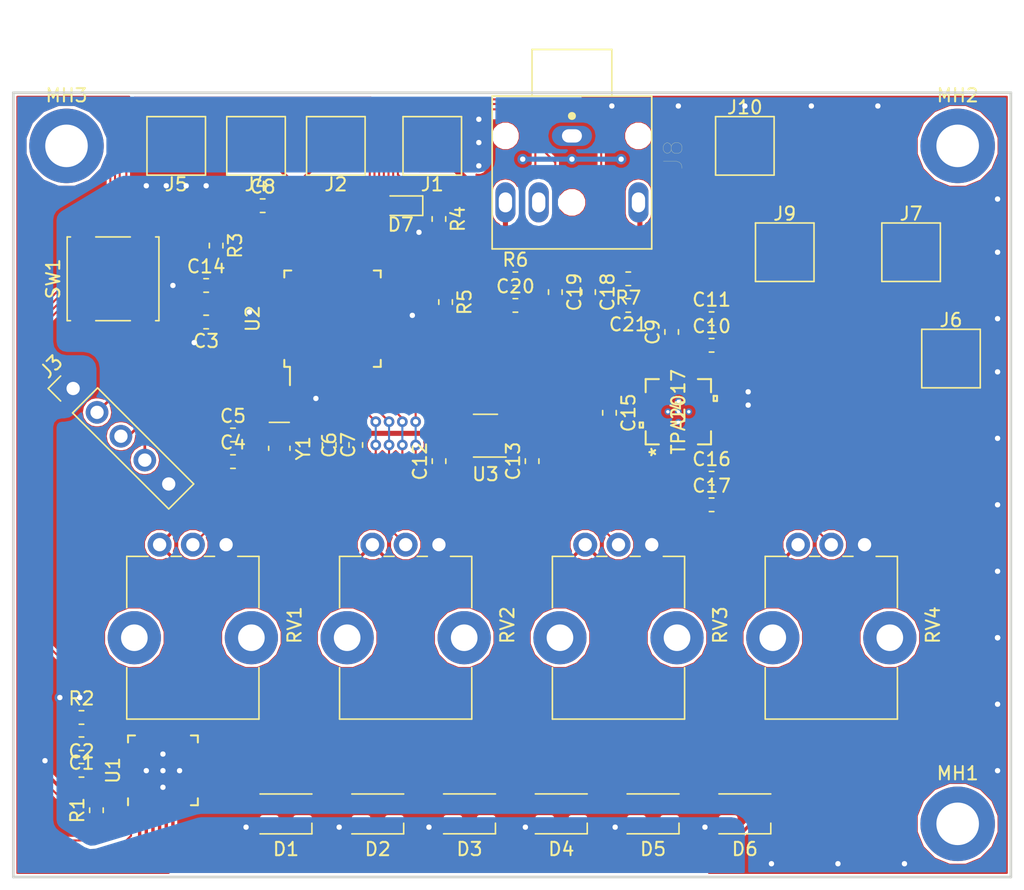
<source format=kicad_pcb>
(kicad_pcb (version 20171130) (host pcbnew "(5.0.0)")
  (layers (0 F.Cu signal) (31 B.Cu signal) (34 B.Paste user hide) (35 F.Paste user) (36 B.SilkS user hide) (37 F.SilkS user hide) (38 B.Mask user) (39 F.Mask user) (44 Edge.Cuts user))
  (net 0 "")
  (net 1 GND)
  (net 2 +3V3)
  (net 3 +5V)
  (net 4 /RESET')
  (net 5 "Net-(C18-Pad2)")
  (net 6 /OUTL+)
  (net 7 "Net-(C19-Pad2)")
  (net 8 /OUTR+)
  (net 9 /D1_R)
  (net 10 /D1_G)
  (net 11 /D5_G)
  (net 12 /D5_R)
  (net 13 /D2_R)
  (net 14 /D2_G)
  (net 15 /D6_R)
  (net 16 /D6_G)
  (net 17 /D3_G)
  (net 18 /D3_R)
  (net 19 /D4_R)
  (net 20 /D4_G)
  (net 21 /SWCLK)
  (net 22 /SWDIO)
  (net 23 /OUTR-)
  (net 24 /OUTL-)
  (net 25 /LED_OFF)
  (net 26 "Net-(R2-Pad2)")
  (net 27 /D1_B)
  (net 28 /D2_B)
  (net 29 /D3_B)
  (net 30 /D4_B)
  (net 31 /D5_B)
  (net 32 /D6_B)
  (net 33 "Net-(U1-Pad25)")
  (net 34 /LED_LATCH)
  (net 35 /LED_CLK)
  (net 36 /LED_DATA)
  (net 37 "Net-(U2-Pad3)")
  (net 38 "Net-(U2-Pad4)")
  (net 39 "Net-(U2-Pad9)")
  (net 40 "Net-(U2-Pad14)")
  (net 41 "Net-(U2-Pad22)")
  (net 42 "Net-(U2-Pad37)")
  (net 43 "Net-(U2-Pad38)")
  (net 44 "Net-(U2-Pad39)")
  (net 45 "Net-(U2-Pad41)")
  (net 46 "Net-(U2-Pad48)")
  (net 47 "Net-(U3-Pad4)")
  (net 48 "Net-(C3-Pad1)")
  (net 49 /USB_D-)
  (net 50 /USB_D+)
  (net 51 "Net-(C4-Pad2)")
  (net 52 "Net-(C5-Pad2)")
  (net 53 /EN)
  (net 54 /D2_LED)
  (net 55 "Net-(J8-Pad4)")
  (net 56 /INL+)
  (net 57 /INR+)
  (net 58 /VOL1)
  (net 59 /VOL2)
  (net 60 /VOL3)
  (net 61 /VOL4)
  (net 62 /SP_GC1)
  (net 63 "Net-(U2-Pad19)")
  (net 64 "Net-(U2-Pad20)")
  (net 65 "Net-(U2-Pad21)")
  (net 66 /SP_GC2)
  (net 67 "Net-(U2-Pad30)")
  (net 68 "Net-(U2-Pad31)")
  (net 69 "Net-(U2-Pad32)")
  (net 70 "Net-(U2-Pad47)")
  (net 71 GNDA)
  (net 72 "Net-(J8-Pad2)")
  (net 73 "Net-(J8-Pad3)")
  (net 74 "Net-(U2-Pad7)")
  (net 75 "Net-(U2-Pad8)")
  (net 76 "Net-(U2-Pad10)")
  (net 77 "Net-(D7-Pad1)")
  (net 78 "Net-(U1-Pad21)")
  (net 79 "Net-(U1-Pad22)")
  (net 80 "Net-(U1-Pad23)")
  (net 81 "Net-(U1-Pad24)")
  (net 82 "Net-(U1-Pad7)")
  (net 83 "Net-(U1-Pad8)")
  (module footprints:TPA2017D2RTJR (layer F.Cu) (at 162 91 90)
    (fp_text reference U4 (at 0 0 90) (layer F.SilkS))
    (fp_text value TPA2017 (at 0 0 90) (layer F.SilkS))
    (fp_text user * (at -3.035 -1.631 90) (layer F.SilkS))
    (fp_text user * (at -3.035 -1.631 90) (layer F.SilkS))
    (pad V thru_hole circle (at 0.7874 0 90) (size 0.508 0.508) (drill 0.254) (layers *.Cu *.Mask))
    (pad V thru_hole circle (at 0 -0.7874 90) (size 0.508 0.508) (drill 0.254) (layers *.Cu *.Mask))
    (pad V thru_hole circle (at 0 0 90) (size 0.508 0.508) (drill 0.254) (layers *.Cu *.Mask))
    (pad V thru_hole circle (at 0 0.7874 90) (size 0.508 0.508) (drill 0.254) (layers *.Cu *.Mask))
    (pad V thru_hole circle (at -0.7874 0 90) (size 0.508 0.508) (drill 0.254) (layers *.Cu *.Mask))
    (pad 21 smd rect (at 0 0 90) (size 2.7 2.7) (layers F.Cu F.Paste F.Mask))
    (pad 20 smd rect (at -1.000252 -1.975 90) (size 0.28 0.85) (layers F.Cu F.Paste F.Mask) (net 1 GND))
    (pad 19 smd rect (at -0.500126 -1.975 90) (size 0.28 0.85) (layers F.Cu F.Paste F.Mask) (net 66 /SP_GC2))
    (pad 18 smd rect (at 0 -1.975 90) (size 0.28 0.85) (layers F.Cu F.Paste F.Mask) (net 53 /EN))
    (pad 17 smd rect (at 0.500126 -1.975 90) (size 0.28 0.85) (layers F.Cu F.Paste F.Mask) (net 62 /SP_GC1))
    (pad 16 smd rect (at 1.000252 -1.975 90) (size 0.28 0.85) (layers F.Cu F.Paste F.Mask) (net 1 GND))
    (pad 15 smd rect (at 1.975 -1.000001 180) (size 0.28 0.85) (layers F.Cu F.Paste F.Mask) (net 57 /INR+))
    (pad 14 smd rect (at 1.975 -0.499999 180) (size 0.28 0.85) (layers F.Cu F.Paste F.Mask) (net 71 GNDA))
    (pad 13 smd rect (at 1.975 0 180) (size 0.28 0.85) (layers F.Cu F.Paste F.Mask) (net 3 +5V))
    (pad 12 smd rect (at 1.975 0.499999 180) (size 0.28 0.85) (layers F.Cu F.Paste F.Mask) (net 3 +5V))
    (pad 11 smd rect (at 1.975 1.000001 180) (size 0.28 0.85) (layers F.Cu F.Paste F.Mask) (net 3 +5V))
    (pad 10 smd rect (at 1.000252 1.975 90) (size 0.28 0.85) (layers F.Cu F.Paste F.Mask) (net 8 /OUTR+))
    (pad 9 smd rect (at 0.500126 1.975 90) (size 0.28 0.85) (layers F.Cu F.Paste F.Mask) (net 23 /OUTR-))
    (pad 8 smd rect (at 0 1.975 90) (size 0.28 0.85) (layers F.Cu F.Paste F.Mask) (net 1 GND))
    (pad 7 smd rect (at -0.500126 1.975 90) (size 0.28 0.85) (layers F.Cu F.Paste F.Mask) (net 24 /OUTL-))
    (pad 6 smd rect (at -1.000252 1.975 90) (size 0.28 0.85) (layers F.Cu F.Paste F.Mask) (net 6 /OUTL+))
    (pad 5 smd rect (at -1.975 1.000001 180) (size 0.28 0.85) (layers F.Cu F.Paste F.Mask) (net 3 +5V))
    (pad 4 smd rect (at -1.975 0.499999 180) (size 0.28 0.85) (layers F.Cu F.Paste F.Mask) (net 3 +5V))
    (pad 3 smd rect (at -1.975 0 180) (size 0.28 0.85) (layers F.Cu F.Paste F.Mask) (net 71 GNDA))
    (pad 2 smd rect (at -1.975 -0.499999 180) (size 0.28 0.85) (layers F.Cu F.Paste F.Mask) (net 71 GNDA))
    (pad 1 smd rect (at -1.975 -1.000001 180) (size 0.28 0.85) (layers F.Cu F.Paste F.Mask) (net 56 /INL+))
  )
  (module LED_SMD:LED_Cree-PLCC4_3.2x2.8mm_CCW (layer F.Cu) (at 139.4 121.254156 180)
    (fp_text reference D2 (at 0 -2.65 180) (layer F.SilkS))
    (fp_text value LED_RGBA)
    (pad 2 smd rect (at -1.25 0.7 180) (size 1 0.8) (layers F.Cu F.Paste F.Mask) (net 14 /D2_G))
    (pad 3 smd rect (at 1.25 0.7 180) (size 1 0.8) (layers F.Cu F.Paste F.Mask) (net 28 /D2_B))
    (pad 4 smd rect (at 1.25 -0.7 180) (size 1 0.8) (layers F.Cu F.Paste F.Mask) (net 3 +5V))
    (pad 1 smd rect (at -1.25 -0.7 180) (size 1 0.8) (layers F.Cu F.Paste F.Mask) (net 13 /D2_R))
  )
  (module LED_SMD:LED_Cree-PLCC4_3.2x2.8mm_CCW (layer F.Cu) (at 132.5 121.254156 180)
    (fp_text reference D1 (at 0 -2.65 180) (layer F.SilkS))
    (fp_text value LED_RGBA)
    (pad 2 smd rect (at -1.25 0.7 180) (size 1 0.8) (layers F.Cu F.Paste F.Mask) (net 10 /D1_G))
    (pad 3 smd rect (at 1.25 0.7 180) (size 1 0.8) (layers F.Cu F.Paste F.Mask) (net 27 /D1_B))
    (pad 4 smd rect (at 1.25 -0.7 180) (size 1 0.8) (layers F.Cu F.Paste F.Mask) (net 3 +5V))
    (pad 1 smd rect (at -1.25 -0.7 180) (size 1 0.8) (layers F.Cu F.Paste F.Mask) (net 9 /D1_R))
  )
  (module "SJ1-3544 - Audio Jack:CUI_SJ1-3544" (layer F.Cu) (at 154 70.25 270)
    (fp_text reference J8 (at 1.44603 -7.62439 270) (layer F.SilkS) (effects (font (size 1.400992 1.400992) (thickness 0.015))))
    (fp_text value SJ1-3544)
    (pad 1 thru_hole oval (at 0 0 270) (size 1.508 3.016) (drill oval 1 1.5) (layers *.Cu *.Mask) (net 71 GNDA))
    (pad 2 thru_hole oval (at 5 5 270) (size 3.016 1.508) (drill oval 1.5 1) (layers *.Cu *.Mask) (net 72 "Net-(J8-Pad2)"))
    (pad 3 thru_hole oval (at 5 -5 270) (size 3.016 1.508) (drill oval 1.5 1) (layers *.Cu *.Mask) (net 73 "Net-(J8-Pad3)"))
    (pad None np_thru_hole circle (at 5 0 270) (size 1.6 1.6) (drill 1.6) (layers *.Cu *.Mask))
    (pad None np_thru_hole circle (at 0 5 270) (size 1.6 1.6) (drill 1.6) (layers *.Cu *.Mask))
    (pad None np_thru_hole circle (at 0 -5 270) (size 1.6 1.6) (drill 1.6) (layers *.Cu *.Mask))
    (pad 4 thru_hole oval (at 5 2.5 270) (size 3.016 1.508) (drill oval 1.5 1) (layers *.Cu *.Mask) (net 55 "Net-(J8-Pad4)"))
  )
  (module Capacitor_SMD:C_0603_1608Metric_Pad1.05x0.95mm_HandSolder (layer F.Cu) (at 117.125 117.977078)
    (fp_text reference C2 (at 0 -1.43) (layer F.SilkS))
    (fp_text value 1uF)
    (pad 1 smd roundrect (at -0.875 0) (size 1.05 0.95) (layers F.Cu F.Paste F.Mask) (net 1 GND))
    (pad 2 smd roundrect (at 0.875 0) (size 1.05 0.95) (layers F.Cu F.Paste F.Mask) (net 3 +5V))
  )
  (module Capacitor_SMD:C_0603_1608Metric_Pad1.05x0.95mm_HandSolder (layer F.Cu) (at 126.5 84.25 180)
    (fp_text reference C3 (at 0 -1.43 180) (layer F.SilkS))
    (fp_text value 1uF)
    (pad 1 smd roundrect (at -0.875 0 180) (size 1.05 0.95) (layers F.Cu F.Paste F.Mask) (net 48 "Net-(C3-Pad1)"))
    (pad 2 smd roundrect (at 0.875 0 180) (size 1.05 0.95) (layers F.Cu F.Paste F.Mask) (net 1 GND))
  )
  (module Capacitor_SMD:C_0603_1608Metric_Pad1.05x0.95mm_HandSolder (layer F.Cu) (at 137.75 93.5 270)
    (fp_text reference C6 (at 0 2 270) (layer F.SilkS))
    (fp_text value 0.1uF)
    (pad 1 smd roundrect (at -0.875 0 270) (size 1.05 0.95) (layers F.Cu F.Paste F.Mask) (net 2 +3V3))
    (pad 2 smd roundrect (at 0.875 0 270) (size 1.05 0.95) (layers F.Cu F.Paste F.Mask) (net 1 GND))
  )
  (module Capacitor_SMD:C_0603_1608Metric_Pad1.05x0.95mm_HandSolder (layer F.Cu) (at 135.75 93.5 270)
    (fp_text reference C7 (at 0 -1.43 270) (layer F.SilkS))
    (fp_text value 1uF)
    (pad 1 smd roundrect (at -0.875 0 270) (size 1.05 0.95) (layers F.Cu F.Paste F.Mask) (net 2 +3V3))
    (pad 2 smd roundrect (at 0.875 0 270) (size 1.05 0.95) (layers F.Cu F.Paste F.Mask) (net 1 GND))
  )
  (module Capacitor_SMD:C_0603_1608Metric_Pad1.05x0.95mm_HandSolder (layer F.Cu) (at 155.25 82 270)
    (fp_text reference C18 (at 0 -1.43 270) (layer F.SilkS))
    (fp_text value 0.047uF)
    (pad 1 smd roundrect (at -0.875 0 270) (size 1.05 0.95) (layers F.Cu F.Paste F.Mask) (net 71 GNDA))
    (pad 2 smd roundrect (at 0.875 0 270) (size 1.05 0.95) (layers F.Cu F.Paste F.Mask) (net 5 "Net-(C18-Pad2)"))
  )
  (module Capacitor_SMD:C_0603_1608Metric_Pad1.05x0.95mm_HandSolder (layer F.Cu) (at 152.75 82 270)
    (fp_text reference C19 (at 0 -1.43 270) (layer F.SilkS))
    (fp_text value 0.047uF)
    (pad 2 smd roundrect (at 0.875 0 270) (size 1.05 0.95) (layers F.Cu F.Paste F.Mask) (net 7 "Net-(C19-Pad2)"))
    (pad 1 smd roundrect (at -0.875 0 270) (size 1.05 0.95) (layers F.Cu F.Paste F.Mask) (net 71 GNDA))
  )
  (module Capacitor_SMD:C_0603_1608Metric_Pad1.05x0.95mm_HandSolder (layer F.Cu) (at 144.007233 94.716117 90)
    (fp_text reference C12 (at 0 -1.43 90) (layer F.SilkS))
    (fp_text value 1uF)
    (pad 2 smd roundrect (at 0.875 0 90) (size 1.05 0.95) (layers F.Cu F.Paste F.Mask) (net 2 +3V3))
    (pad 1 smd roundrect (at -0.875 0 90) (size 1.05 0.95) (layers F.Cu F.Paste F.Mask) (net 1 GND))
  )
  (module Capacitor_SMD:C_0603_1608Metric_Pad1.05x0.95mm_HandSolder (layer F.Cu) (at 151.007233 94.716117 90)
    (fp_text reference C13 (at 0 -1.43 90) (layer F.SilkS))
    (fp_text value 1uF)
    (pad 1 smd roundrect (at -0.875 0 90) (size 1.05 0.95) (layers F.Cu F.Paste F.Mask) (net 1 GND))
    (pad 2 smd roundrect (at 0.875 0 90) (size 1.05 0.95) (layers F.Cu F.Paste F.Mask) (net 3 +5V))
  )
  (module LED_SMD:LED_0603_1608Metric_Pad1.05x0.95mm_HandSolder (layer F.Cu) (at 141.125 75.5 180)
    (fp_text reference D7 (at 0 -1.43 180) (layer F.SilkS))
    (fp_text value LED)
    (pad 1 smd roundrect (at -0.875 0 180) (size 1.05 0.95) (layers F.Cu F.Paste F.Mask) (net 77 "Net-(D7-Pad1)"))
    (pad 2 smd roundrect (at 0.875 0 180) (size 1.05 0.95) (layers F.Cu F.Paste F.Mask) (net 54 /D2_LED))
  )
  (module TestPoint:TestPoint_Pad_4.0x4.0mm (layer F.Cu) (at 143.5 71 180)
    (fp_text reference J1 (at 0 -2.898 180) (layer F.SilkS))
    (fp_text value Conn_01x01_Male)
    (pad 1 smd rect (at 0 0 180) (size 4 4) (layers F.Cu F.Mask) (net 3 +5V))
  )
  (module TestPoint:TestPoint_Pad_4.0x4.0mm (layer F.Cu) (at 136.25 71 180)
    (fp_text reference J2 (at 0 -2.898 180) (layer F.SilkS))
    (fp_text value Conn_01x01_Male)
    (pad 1 smd rect (at 0 0 180) (size 4 4) (layers F.Cu F.Mask) (net 49 /USB_D-))
  )
  (module Connector_PinHeader_2.54mm:PinHeader_1x05_P2.54mm_Vertical (layer F.Cu) (at 116.5 89.25 45)
    (fp_text reference J3 (at 0 -2.33 45) (layer F.SilkS))
    (fp_text value Conn_01x05)
    (pad 1 thru_hole rect (at 0 0 45) (size 1.7 1.7) (drill 1) (layers *.Cu *.Mask) (net 3 +5V))
    (pad 2 thru_hole oval (at 0 2.54 45) (size 1.7 1.7) (drill 1) (layers *.Cu *.Mask) (net 4 /RESET'))
    (pad 3 thru_hole oval (at 0 5.079999 45) (size 1.7 1.7) (drill 1) (layers *.Cu *.Mask) (net 21 /SWCLK))
    (pad 4 thru_hole oval (at 0 7.62 45) (size 1.7 1.7) (drill 1) (layers *.Cu *.Mask) (net 22 /SWDIO))
    (pad 5 thru_hole oval (at 0 10.16 45) (size 1.7 1.7) (drill 1) (layers *.Cu *.Mask) (net 1 GND))
  )
  (module TestPoint:TestPoint_Pad_4.0x4.0mm (layer F.Cu) (at 130.25 71 180)
    (fp_text reference J4 (at 0 -2.898 180) (layer F.SilkS))
    (fp_text value Conn_01x01_Male)
    (pad 1 smd rect (at 0 0 180) (size 4 4) (layers F.Cu F.Mask) (net 50 /USB_D+))
  )
  (module TestPoint:TestPoint_Pad_4.0x4.0mm (layer F.Cu) (at 124.25 71 180)
    (fp_text reference J5 (at 0 -2.898 180) (layer F.SilkS))
    (fp_text value Conn_01x01_Male)
    (pad 1 smd rect (at 0 0 180) (size 4 4) (layers F.Cu F.Mask) (net 1 GND))
  )
  (module TestPoint:TestPoint_Pad_4.0x4.0mm (layer F.Cu) (at 182.5 87)
    (fp_text reference J6 (at 0 -2.898) (layer F.SilkS))
    (fp_text value Conn_01x01_Male)
    (pad 1 smd rect (at 0 0) (size 4 4) (layers F.Cu F.Mask) (net 6 /OUTL+))
  )
  (module TestPoint:TestPoint_Pad_4.0x4.0mm (layer F.Cu) (at 179.5 79)
    (fp_text reference J7 (at 0 -2.898) (layer F.SilkS))
    (fp_text value Conn_01x01_Male)
    (pad 1 smd rect (at 0 0) (size 4 4) (layers F.Cu F.Mask) (net 24 /OUTL-))
  )
  (module TestPoint:TestPoint_Pad_4.0x4.0mm (layer F.Cu) (at 170 79)
    (fp_text reference J9 (at 0 -2.898) (layer F.SilkS))
    (fp_text value Conn_01x01_Male)
    (pad 1 smd rect (at 0 0) (size 4 4) (layers F.Cu F.Mask) (net 23 /OUTR-))
  )
  (module TestPoint:TestPoint_Pad_4.0x4.0mm (layer F.Cu) (at 167 71)
    (fp_text reference J10 (at 0 -2.898) (layer F.SilkS))
    (fp_text value Conn_01x01_Male)
    (pad 1 smd rect (at 0 0) (size 4 4) (layers F.Cu F.Mask) (net 8 /OUTR+))
  )
  (module Button_Switch_SMD:SW_SPST_B3S-1000 (layer F.Cu) (at 119.5 81 90)
    (fp_text reference SW1 (at 0 -4.5 90) (layer F.SilkS))
    (fp_text value SW_Push)
    (pad 1 smd rect (at -3.975 -2.25 90) (size 1.55 1.3) (layers F.Cu F.Paste F.Mask) (net 1 GND))
    (pad 1 smd rect (at 3.975 -2.25 90) (size 1.55 1.3) (layers F.Cu F.Paste F.Mask) (net 1 GND))
    (pad 2 smd rect (at -3.975 2.25 90) (size 1.55 1.3) (layers F.Cu F.Paste F.Mask) (net 4 /RESET'))
    (pad 2 smd rect (at 3.975 2.25 90) (size 1.55 1.3) (layers F.Cu F.Paste F.Mask) (net 4 /RESET'))
  )
  (module Package_QFP:TQFP-48_7x7mm_P0.5mm (layer F.Cu) (at 136 84 90)
    (fp_text reference U2 (at 0 -6 90) (layer F.SilkS))
    (fp_text value ATSAMD21G18A-A)
    (pad 1 smd rect (at -4.35 -2.75 90) (size 1.3 0.25) (layers F.Cu F.Paste F.Mask) (net 52 "Net-(C5-Pad2)"))
    (pad 2 smd rect (at -4.35 -2.25 90) (size 1.3 0.25) (layers F.Cu F.Paste F.Mask) (net 51 "Net-(C4-Pad2)"))
    (pad 3 smd rect (at -4.35 -1.75 90) (size 1.3 0.25) (layers F.Cu F.Paste F.Mask) (net 37 "Net-(U2-Pad3)"))
    (pad 4 smd rect (at -4.35 -1.25 90) (size 1.3 0.25) (layers F.Cu F.Paste F.Mask) (net 38 "Net-(U2-Pad4)"))
    (pad 5 smd rect (at -4.35 -0.75 90) (size 1.3 0.25) (layers F.Cu F.Paste F.Mask) (net 1 GND))
    (pad 6 smd rect (at -4.35 -0.25 90) (size 1.3 0.25) (layers F.Cu F.Paste F.Mask) (net 2 +3V3))
    (pad 7 smd rect (at -4.35 0.25 90) (size 1.3 0.25) (layers F.Cu F.Paste F.Mask) (net 74 "Net-(U2-Pad7)"))
    (pad 8 smd rect (at -4.35 0.75 90) (size 1.3 0.25) (layers F.Cu F.Paste F.Mask) (net 75 "Net-(U2-Pad8)"))
    (pad 9 smd rect (at -4.35 1.25 90) (size 1.3 0.25) (layers F.Cu F.Paste F.Mask) (net 39 "Net-(U2-Pad9)"))
    (pad 10 smd rect (at -4.35 1.75 90) (size 1.3 0.25) (layers F.Cu F.Paste F.Mask) (net 76 "Net-(U2-Pad10)"))
    (pad 11 smd rect (at -4.35 2.25 90) (size 1.3 0.25) (layers F.Cu F.Paste F.Mask) (net 58 /VOL1))
    (pad 12 smd rect (at -4.35 2.75 90) (size 1.3 0.25) (layers F.Cu F.Paste F.Mask) (net 59 /VOL2))
    (pad 13 smd rect (at -2.75 4.35 180) (size 1.3 0.25) (layers F.Cu F.Paste F.Mask) (net 60 /VOL3))
    (pad 14 smd rect (at -2.25 4.35 180) (size 1.3 0.25) (layers F.Cu F.Paste F.Mask) (net 40 "Net-(U2-Pad14)"))
    (pad 15 smd rect (at -1.75 4.35 180) (size 1.3 0.25) (layers F.Cu F.Paste F.Mask) (net 61 /VOL4))
    (pad 16 smd rect (at -1.25 4.35 180) (size 1.3 0.25) (layers F.Cu F.Paste F.Mask) (net 62 /SP_GC1))
    (pad 17 smd rect (at -0.75 4.35 180) (size 1.3 0.25) (layers F.Cu F.Paste F.Mask) (net 2 +3V3))
    (pad 18 smd rect (at -0.25 4.35 180) (size 1.3 0.25) (layers F.Cu F.Paste F.Mask) (net 1 GND))
    (pad 19 smd rect (at 0.25 4.35 180) (size 1.3 0.25) (layers F.Cu F.Paste F.Mask) (net 63 "Net-(U2-Pad19)"))
    (pad 20 smd rect (at 0.75 4.35 180) (size 1.3 0.25) (layers F.Cu F.Paste F.Mask) (net 64 "Net-(U2-Pad20)"))
    (pad 21 smd rect (at 1.25 4.35 180) (size 1.3 0.25) (layers F.Cu F.Paste F.Mask) (net 65 "Net-(U2-Pad21)"))
    (pad 22 smd rect (at 1.75 4.35 180) (size 1.3 0.25) (layers F.Cu F.Paste F.Mask) (net 41 "Net-(U2-Pad22)"))
    (pad 23 smd rect (at 2.25 4.35 180) (size 1.3 0.25) (layers F.Cu F.Paste F.Mask) (net 53 /EN))
    (pad 24 smd rect (at 2.75 4.35 180) (size 1.3 0.25) (layers F.Cu F.Paste F.Mask) (net 66 /SP_GC2))
    (pad 25 smd rect (at 4.35 2.75 90) (size 1.3 0.25) (layers F.Cu F.Paste F.Mask) (net 54 /D2_LED))
    (pad 26 smd rect (at 4.35 2.25 90) (size 1.3 0.25) (layers F.Cu F.Paste F.Mask) (net 36 /LED_DATA))
    (pad 27 smd rect (at 4.35 1.75 90) (size 1.3 0.25) (layers F.Cu F.Paste F.Mask) (net 35 /LED_CLK))
    (pad 28 smd rect (at 4.35 1.25 90) (size 1.3 0.25) (layers F.Cu F.Paste F.Mask) (net 25 /LED_OFF))
    (pad 29 smd rect (at 4.35 0.75 90) (size 1.3 0.25) (layers F.Cu F.Paste F.Mask) (net 34 /LED_LATCH))
    (pad 30 smd rect (at 4.35 0.25 90) (size 1.3 0.25) (layers F.Cu F.Paste F.Mask) (net 67 "Net-(U2-Pad30)"))
    (pad 31 smd rect (at 4.35 -0.25 90) (size 1.3 0.25) (layers F.Cu F.Paste F.Mask) (net 68 "Net-(U2-Pad31)"))
    (pad 32 smd rect (at 4.35 -0.75 90) (size 1.3 0.25) (layers F.Cu F.Paste F.Mask) (net 69 "Net-(U2-Pad32)"))
    (pad 33 smd rect (at 4.35 -1.25 90) (size 1.3 0.25) (layers F.Cu F.Paste F.Mask) (net 49 /USB_D-))
    (pad 34 smd rect (at 4.35 -1.75 90) (size 1.3 0.25) (layers F.Cu F.Paste F.Mask) (net 50 /USB_D+))
    (pad 35 smd rect (at 4.35 -2.25 90) (size 1.3 0.25) (layers F.Cu F.Paste F.Mask) (net 1 GND))
    (pad 36 smd rect (at 4.35 -2.75 90) (size 1.3 0.25) (layers F.Cu F.Paste F.Mask) (net 2 +3V3))
    (pad 37 smd rect (at 2.75 -4.35 180) (size 1.3 0.25) (layers F.Cu F.Paste F.Mask) (net 42 "Net-(U2-Pad37)"))
    (pad 38 smd rect (at 2.25 -4.35 180) (size 1.3 0.25) (layers F.Cu F.Paste F.Mask) (net 43 "Net-(U2-Pad38)"))
    (pad 39 smd rect (at 1.75 -4.35 180) (size 1.3 0.25) (layers F.Cu F.Paste F.Mask) (net 44 "Net-(U2-Pad39)"))
    (pad 40 smd rect (at 1.25 -4.35 180) (size 1.3 0.25) (layers F.Cu F.Paste F.Mask) (net 4 /RESET'))
    (pad 41 smd rect (at 0.75 -4.35 180) (size 1.3 0.25) (layers F.Cu F.Paste F.Mask) (net 45 "Net-(U2-Pad41)"))
    (pad 42 smd rect (at 0.25 -4.35 180) (size 1.3 0.25) (layers F.Cu F.Paste F.Mask) (net 1 GND))
    (pad 43 smd rect (at -0.25 -4.35 180) (size 1.3 0.25) (layers F.Cu F.Paste F.Mask) (net 48 "Net-(C3-Pad1)"))
    (pad 44 smd rect (at -0.75 -4.35 180) (size 1.3 0.25) (layers F.Cu F.Paste F.Mask) (net 2 +3V3))
    (pad 45 smd rect (at -1.25 -4.35 180) (size 1.3 0.25) (layers F.Cu F.Paste F.Mask) (net 21 /SWCLK))
    (pad 46 smd rect (at -1.75 -4.35 180) (size 1.3 0.25) (layers F.Cu F.Paste F.Mask) (net 22 /SWDIO))
    (pad 47 smd rect (at -2.25 -4.35 180) (size 1.3 0.25) (layers F.Cu F.Paste F.Mask) (net 70 "Net-(U2-Pad47)"))
    (pad 48 smd rect (at -2.75 -4.35 180) (size 1.3 0.25) (layers F.Cu F.Paste F.Mask) (net 46 "Net-(U2-Pad48)"))
  )
  (module Package_TO_SOT_SMD:SOT-23-5 (layer F.Cu) (at 147.5 92.801116 180)
    (fp_text reference U3 (at 0 -2.9 180) (layer F.SilkS))
    (fp_text value AP2127K-3.3)
    (pad 1 smd rect (at -1.1 -0.95 180) (size 1.06 0.65) (layers F.Cu F.Paste F.Mask) (net 3 +5V))
    (pad 2 smd rect (at -1.1 0 180) (size 1.06 0.65) (layers F.Cu F.Paste F.Mask) (net 1 GND))
    (pad 3 smd rect (at -1.1 0.95 180) (size 1.06 0.65) (layers F.Cu F.Paste F.Mask) (net 3 +5V))
    (pad 4 smd rect (at 1.1 0.95 180) (size 1.06 0.65) (layers F.Cu F.Paste F.Mask) (net 47 "Net-(U3-Pad4)"))
    (pad 5 smd rect (at 1.1 -0.95 180) (size 1.06 0.65) (layers F.Cu F.Paste F.Mask) (net 2 +3V3))
  )
  (module Crystal:Crystal_SMD_MicroCrystal_CC8V-T1A-2Pin_2.0x1.2mm_HandSoldering (layer F.Cu) (at 132 93.75 270)
    (fp_text reference Y1 (at 0 -1.8 270) (layer F.SilkS))
    (fp_text value 32.768kHz)
    (pad 1 smd rect (at -1.05 0 270) (size 1.4 1.5) (layers F.Cu F.Paste F.Mask) (net 52 "Net-(C5-Pad2)"))
    (pad 2 smd rect (at 1.05 0 270) (size 1.4 1.5) (layers F.Cu F.Paste F.Mask) (net 51 "Net-(C4-Pad2)"))
  )
  (module MountingHole:MountingHole_3.2mm_M3_DIN965_Pad (layer F.Cu) (at 183 122)
    (fp_text reference MH1 (at 0 -3.8) (layer F.SilkS))
    (fp_text value MountingHole)
    (pad 1 thru_hole circle (at 0 0) (size 5.6 5.6) (drill 3.2) (layers *.Cu *.Mask))
  )
  (module MountingHole:MountingHole_3.2mm_M3_DIN965_Pad (layer F.Cu) (at 183 71)
    (fp_text reference MH2 (at 0 -3.8) (layer F.SilkS))
    (fp_text value MountingHole)
    (pad 1 thru_hole circle (at 0 0) (size 5.6 5.6) (drill 3.2) (layers *.Cu *.Mask))
  )
  (module MountingHole:MountingHole_3.2mm_M3_DIN965_Pad (layer F.Cu) (at 116 71)
    (fp_text reference MH3 (at 0 -3.8) (layer F.SilkS))
    (fp_text value MountingHole)
    (pad 1 thru_hole circle (at 0 0) (size 5.6 5.6) (drill 3.2) (layers *.Cu *.Mask))
  )
  (module Capacitor_SMD:C_0603_1608Metric_Pad1.05x0.95mm_HandSolder (layer F.Cu) (at 117.125 115.977078 180)
    (fp_text reference C1 (at 0 -1.43 180) (layer F.SilkS))
    (fp_text value 0.1uF)
    (pad 1 smd roundrect (at -0.875 0 180) (size 1.05 0.95) (layers F.Cu F.Paste F.Mask) (net 3 +5V))
    (pad 2 smd roundrect (at 0.875 0 180) (size 1.05 0.95) (layers F.Cu F.Paste F.Mask) (net 1 GND))
  )
  (module Capacitor_SMD:C_0603_1608Metric_Pad1.05x0.95mm_HandSolder (layer F.Cu) (at 128.515 94.75)
    (fp_text reference C4 (at 0 -1.43) (layer F.SilkS))
    (fp_text value 22pF)
    (pad 1 smd roundrect (at -0.875 0) (size 1.05 0.95) (layers F.Cu F.Paste F.Mask) (net 1 GND))
    (pad 2 smd roundrect (at 0.875 0) (size 1.05 0.95) (layers F.Cu F.Paste F.Mask) (net 51 "Net-(C4-Pad2)"))
  )
  (module Capacitor_SMD:C_0603_1608Metric_Pad1.05x0.95mm_HandSolder (layer F.Cu) (at 128.515 92.75)
    (fp_text reference C5 (at 0 -1.43) (layer F.SilkS))
    (fp_text value 22pF)
    (pad 2 smd roundrect (at 0.875 0) (size 1.05 0.95) (layers F.Cu F.Paste F.Mask) (net 52 "Net-(C5-Pad2)"))
    (pad 1 smd roundrect (at -0.875 0) (size 1.05 0.95) (layers F.Cu F.Paste F.Mask) (net 1 GND))
  )
  (module Capacitor_SMD:C_0603_1608Metric_Pad1.05x0.95mm_HandSolder (layer F.Cu) (at 130.75 75.5)
    (fp_text reference C8 (at 0 -1.43) (layer F.SilkS))
    (fp_text value 0.1uF)
    (pad 2 smd roundrect (at 0.875 0) (size 1.05 0.95) (layers F.Cu F.Paste F.Mask) (net 2 +3V3))
    (pad 1 smd roundrect (at -0.875 0) (size 1.05 0.95) (layers F.Cu F.Paste F.Mask) (net 1 GND))
  )
  (module Capacitor_SMD:C_0603_1608Metric_Pad1.05x0.95mm_HandSolder (layer F.Cu) (at 161.5 85 90)
    (fp_text reference C9 (at 0 -1.43 90) (layer F.SilkS))
    (fp_text value 0.1uF)
    (pad 1 smd roundrect (at -0.875 0 90) (size 1.05 0.95) (layers F.Cu F.Paste F.Mask) (net 3 +5V))
    (pad 2 smd roundrect (at 0.875 0 90) (size 1.05 0.95) (layers F.Cu F.Paste F.Mask) (net 1 GND))
  )
  (module Capacitor_SMD:C_0603_1608Metric_Pad1.05x0.95mm_HandSolder (layer F.Cu) (at 164.5 86)
    (fp_text reference C10 (at 0 -1.43) (layer F.SilkS))
    (fp_text value 0.1uF)
    (pad 2 smd roundrect (at 0.875 0) (size 1.05 0.95) (layers F.Cu F.Paste F.Mask) (net 1 GND))
    (pad 1 smd roundrect (at -0.875 0) (size 1.05 0.95) (layers F.Cu F.Paste F.Mask) (net 3 +5V))
  )
  (module Capacitor_SMD:C_0603_1608Metric_Pad1.05x0.95mm_HandSolder (layer F.Cu) (at 164.5 84)
    (fp_text reference C11 (at 0 -1.43) (layer F.SilkS))
    (fp_text value 1uF)
    (pad 1 smd roundrect (at -0.875 0) (size 1.05 0.95) (layers F.Cu F.Paste F.Mask) (net 3 +5V))
    (pad 2 smd roundrect (at 0.875 0) (size 1.05 0.95) (layers F.Cu F.Paste F.Mask) (net 1 GND))
  )
  (module Capacitor_SMD:C_0603_1608Metric_Pad1.05x0.95mm_HandSolder (layer F.Cu) (at 126.5 81.5)
    (fp_text reference C14 (at 0 -1.43) (layer F.SilkS))
    (fp_text value 0.1uF)
    (pad 1 smd roundrect (at -0.875 0) (size 1.05 0.95) (layers F.Cu F.Paste F.Mask) (net 1 GND))
    (pad 2 smd roundrect (at 0.875 0) (size 1.05 0.95) (layers F.Cu F.Paste F.Mask) (net 4 /RESET'))
  )
  (module Capacitor_SMD:C_0603_1608Metric_Pad1.05x0.95mm_HandSolder (layer F.Cu) (at 156.820548 91.081076 270)
    (fp_text reference C15 (at 0 -1.43 270) (layer F.SilkS))
    (fp_text value 0.1uF)
    (pad 2 smd roundrect (at 0.875 0 270) (size 1.05 0.95) (layers F.Cu F.Paste F.Mask) (net 1 GND))
    (pad 1 smd roundrect (at -0.875 0 270) (size 1.05 0.95) (layers F.Cu F.Paste F.Mask) (net 53 /EN))
  )
  (module Capacitor_SMD:C_0603_1608Metric_Pad1.05x0.95mm_HandSolder (layer F.Cu) (at 164.5 96)
    (fp_text reference C16 (at 0 -1.43) (layer F.SilkS))
    (fp_text value 0.1uF)
    (pad 2 smd roundrect (at 0.875 0) (size 1.05 0.95) (layers F.Cu F.Paste F.Mask) (net 1 GND))
    (pad 1 smd roundrect (at -0.875 0) (size 1.05 0.95) (layers F.Cu F.Paste F.Mask) (net 3 +5V))
  )
  (module Capacitor_SMD:C_0603_1608Metric_Pad1.05x0.95mm_HandSolder (layer F.Cu) (at 164.5 98)
    (fp_text reference C17 (at 0 -1.43) (layer F.SilkS))
    (fp_text value 1uF)
    (pad 1 smd roundrect (at -0.875 0) (size 1.05 0.95) (layers F.Cu F.Paste F.Mask) (net 3 +5V))
    (pad 2 smd roundrect (at 0.875 0) (size 1.05 0.95) (layers F.Cu F.Paste F.Mask) (net 1 GND))
  )
  (module Resistor_SMD:R_0603_1608Metric_Pad1.05x0.95mm_HandSolder (layer F.Cu) (at 118.25 120.977078 90)
    (fp_text reference R1 (at 0 -1.43 90) (layer F.SilkS))
    (fp_text value 10k)
    (pad 1 smd roundrect (at -0.875 0 90) (size 1.05 0.95) (layers F.Cu F.Paste F.Mask) (net 1 GND))
    (pad 2 smd roundrect (at 0.875 0 90) (size 1.05 0.95) (layers F.Cu F.Paste F.Mask) (net 25 /LED_OFF))
  )
  (module Resistor_SMD:R_0603_1608Metric_Pad1.05x0.95mm_HandSolder (layer F.Cu) (at 117.125 114)
    (fp_text reference R2 (at 0 -1.43) (layer F.SilkS))
    (fp_text value 3.3k)
    (pad 2 smd roundrect (at 0.875 0) (size 1.05 0.95) (layers F.Cu F.Paste F.Mask) (net 26 "Net-(R2-Pad2)"))
    (pad 1 smd roundrect (at -0.875 0) (size 1.05 0.95) (layers F.Cu F.Paste F.Mask) (net 1 GND))
  )
  (module Resistor_SMD:R_0603_1608Metric_Pad1.05x0.95mm_HandSolder (layer F.Cu) (at 127.25 78.5 270)
    (fp_text reference R3 (at 0 -1.43 270) (layer F.SilkS))
    (fp_text value 10k)
    (pad 1 smd roundrect (at -0.875 0 270) (size 1.05 0.95) (layers F.Cu F.Paste F.Mask) (net 2 +3V3))
    (pad 2 smd roundrect (at 0.875 0 270) (size 1.05 0.95) (layers F.Cu F.Paste F.Mask) (net 4 /RESET'))
  )
  (module Resistor_SMD:R_0603_1608Metric_Pad1.05x0.95mm_HandSolder (layer F.Cu) (at 144 76.5 270)
    (fp_text reference R4 (at 0 -1.43 270) (layer F.SilkS))
    (fp_text value 2.2k)
    (pad 2 smd roundrect (at 0.875 0 270) (size 1.05 0.95) (layers F.Cu F.Paste F.Mask) (net 1 GND))
    (pad 1 smd roundrect (at -0.875 0 270) (size 1.05 0.95) (layers F.Cu F.Paste F.Mask) (net 77 "Net-(D7-Pad1)"))
  )
  (module Resistor_SMD:R_0603_1608Metric_Pad1.05x0.95mm_HandSolder (layer F.Cu) (at 144.5 82.75 270)
    (fp_text reference R5 (at 0 -1.43 270) (layer F.SilkS))
    (fp_text value 100k)
    (pad 1 smd roundrect (at -0.875 0 270) (size 1.05 0.95) (layers F.Cu F.Paste F.Mask) (net 53 /EN))
    (pad 2 smd roundrect (at 0.875 0 270) (size 1.05 0.95) (layers F.Cu F.Paste F.Mask) (net 2 +3V3))
  )
  (module Resistor_SMD:R_0603_1608Metric_Pad1.05x0.95mm_HandSolder (layer F.Cu) (at 149.75 81)
    (fp_text reference R6 (at 0 -1.43) (layer F.SilkS))
    (fp_text value 100)
    (pad 1 smd roundrect (at -0.875 0) (size 1.05 0.95) (layers F.Cu F.Paste F.Mask) (net 72 "Net-(J8-Pad2)"))
    (pad 2 smd roundrect (at 0.875 0) (size 1.05 0.95) (layers F.Cu F.Paste F.Mask) (net 7 "Net-(C19-Pad2)"))
  )
  (module Resistor_SMD:R_0603_1608Metric_Pad1.05x0.95mm_HandSolder (layer F.Cu) (at 158.234477 81 180)
    (fp_text reference R7 (at 0 -1.43 180) (layer F.SilkS))
    (fp_text value 100)
    (pad 2 smd roundrect (at 0.875 0 180) (size 1.05 0.95) (layers F.Cu F.Paste F.Mask) (net 5 "Net-(C18-Pad2)"))
    (pad 1 smd roundrect (at -0.875 0 180) (size 1.05 0.95) (layers F.Cu F.Paste F.Mask) (net 73 "Net-(J8-Pad3)"))
  )
  (module "Potentiometer - PTV09A-4020F-B203:Potentiometer_Bourns_PTV09A-1_Single_Vertical" (layer F.Cu) (at 123 101 270)
    (fp_text reference RV1 (at 6.05 -10.15 270) (layer F.SilkS))
    (fp_text value R_POT_US)
    (pad 3 thru_hole circle (at 0 -5 270) (size 1.8 1.8) (drill 1) (layers *.Cu *.Mask) (net 1 GND))
    (pad 2 thru_hole circle (at 0 -2.5 270) (size 1.8 1.8) (drill 1) (layers *.Cu *.Mask) (net 58 /VOL1))
    (pad 1 thru_hole circle (at 0 0 270) (size 1.8 1.8) (drill 1) (layers *.Cu *.Mask) (net 2 +3V3))
    (pad "" np_thru_hole circle (at 7 -6.9 270) (size 4 4) (drill 2) (layers *.Cu *.Mask))
    (pad "" np_thru_hole circle (at 7 1.9 270) (size 4 4) (drill 2) (layers *.Cu *.Mask))
  )
  (module "Potentiometer - PTV09A-4020F-B203:Potentiometer_Bourns_PTV09A-1_Single_Vertical" (layer F.Cu) (at 139 101 270)
    (fp_text reference RV2 (at 6.05 -10.15 270) (layer F.SilkS))
    (fp_text value R_POT_US)
    (pad "" np_thru_hole circle (at 7 1.9 270) (size 4 4) (drill 2) (layers *.Cu *.Mask))
    (pad "" np_thru_hole circle (at 7 -6.9 270) (size 4 4) (drill 2) (layers *.Cu *.Mask))
    (pad 1 thru_hole circle (at 0 0 270) (size 1.8 1.8) (drill 1) (layers *.Cu *.Mask) (net 2 +3V3))
    (pad 2 thru_hole circle (at 0 -2.5 270) (size 1.8 1.8) (drill 1) (layers *.Cu *.Mask) (net 59 /VOL2))
    (pad 3 thru_hole circle (at 0 -5 270) (size 1.8 1.8) (drill 1) (layers *.Cu *.Mask) (net 1 GND))
  )
  (module "Potentiometer - PTV09A-4020F-B203:Potentiometer_Bourns_PTV09A-1_Single_Vertical" (layer F.Cu) (at 155 101 270)
    (fp_text reference RV3 (at 6.05 -10.15 270) (layer F.SilkS))
    (fp_text value R_POT_US)
    (pad 3 thru_hole circle (at 0 -5 270) (size 1.8 1.8) (drill 1) (layers *.Cu *.Mask) (net 1 GND))
    (pad 2 thru_hole circle (at 0 -2.5 270) (size 1.8 1.8) (drill 1) (layers *.Cu *.Mask) (net 60 /VOL3))
    (pad 1 thru_hole circle (at 0 0 270) (size 1.8 1.8) (drill 1) (layers *.Cu *.Mask) (net 2 +3V3))
    (pad "" np_thru_hole circle (at 7 -6.9 270) (size 4 4) (drill 2) (layers *.Cu *.Mask))
    (pad "" np_thru_hole circle (at 7 1.9 270) (size 4 4) (drill 2) (layers *.Cu *.Mask))
  )
  (module "Potentiometer - PTV09A-4020F-B203:Potentiometer_Bourns_PTV09A-1_Single_Vertical" (layer F.Cu) (at 171 101 270)
    (fp_text reference RV4 (at 6.05 -10.15 270) (layer F.SilkS))
    (fp_text value R_POT_US)
    (pad "" np_thru_hole circle (at 7 1.9 270) (size 4 4) (drill 2) (layers *.Cu *.Mask))
    (pad "" np_thru_hole circle (at 7 -6.9 270) (size 4 4) (drill 2) (layers *.Cu *.Mask))
    (pad 1 thru_hole circle (at 0 0 270) (size 1.8 1.8) (drill 1) (layers *.Cu *.Mask) (net 2 +3V3))
    (pad 2 thru_hole circle (at 0 -2.5 270) (size 1.8 1.8) (drill 1) (layers *.Cu *.Mask) (net 61 /VOL4))
    (pad 3 thru_hole circle (at 0 -5 270) (size 1.8 1.8) (drill 1) (layers *.Cu *.Mask) (net 1 GND))
  )
  (module Capacitor_SMD:C_0603_1608Metric_Pad1.05x0.95mm_HandSolder (layer F.Cu) (at 149.75 83)
    (fp_text reference C20 (at 0 -1.43) (layer F.SilkS))
    (fp_text value 1uF)
    (pad 1 smd roundrect (at -0.875 0) (size 1.05 0.95) (layers F.Cu F.Paste F.Mask) (net 56 /INL+))
    (pad 2 smd roundrect (at 0.875 0) (size 1.05 0.95) (layers F.Cu F.Paste F.Mask) (net 7 "Net-(C19-Pad2)"))
  )
  (module Capacitor_SMD:C_0603_1608Metric_Pad1.05x0.95mm_HandSolder (layer F.Cu) (at 158.234477 83 180)
    (fp_text reference C21 (at 0 -1.43 180) (layer F.SilkS))
    (fp_text value 1uF)
    (pad 2 smd roundrect (at 0.875 0 180) (size 1.05 0.95) (layers F.Cu F.Paste F.Mask) (net 5 "Net-(C18-Pad2)"))
    (pad 1 smd roundrect (at -0.875 0 180) (size 1.05 0.95) (layers F.Cu F.Paste F.Mask) (net 57 /INR+))
  )
  (module Package_DFN_QFN:QFN-32-1EP_5x5mm_P0.5mm_EP3.45x3.45mm (layer F.Cu) (at 123.25 117.977078 90)
    (fp_text reference U1 (at 0 -3.75 90) (layer F.SilkS))
    (fp_text value TLC5947RHB)
    (pad 1 smd rect (at -2.4 -1.75 90) (size 0.7 0.25) (layers F.Cu F.Paste F.Mask) (net 15 /D6_R))
    (pad 2 smd rect (at -2.4 -1.25 90) (size 0.7 0.25) (layers F.Cu F.Paste F.Mask) (net 12 /D5_R))
    (pad 3 smd rect (at -2.4 -0.75 90) (size 0.7 0.25) (layers F.Cu F.Paste F.Mask) (net 19 /D4_R))
    (pad 4 smd rect (at -2.4 -0.25 90) (size 0.7 0.25) (layers F.Cu F.Paste F.Mask) (net 18 /D3_R))
    (pad 5 smd rect (at -2.4 0.25 90) (size 0.7 0.25) (layers F.Cu F.Paste F.Mask) (net 13 /D2_R))
    (pad 6 smd rect (at -2.4 0.75 90) (size 0.7 0.25) (layers F.Cu F.Paste F.Mask) (net 9 /D1_R))
    (pad 7 smd rect (at -2.4 1.25 90) (size 0.7 0.25) (layers F.Cu F.Paste F.Mask) (net 82 "Net-(U1-Pad7)"))
    (pad 8 smd rect (at -2.4 1.75 90) (size 0.7 0.25) (layers F.Cu F.Paste F.Mask) (net 83 "Net-(U1-Pad8)"))
    (pad 9 smd rect (at -1.75 2.4 180) (size 0.7 0.25) (layers F.Cu F.Paste F.Mask) (net 27 /D1_B))
    (pad 10 smd rect (at -1.25 2.4 180) (size 0.7 0.25) (layers F.Cu F.Paste F.Mask) (net 10 /D1_G))
    (pad 11 smd rect (at -0.75 2.4 180) (size 0.7 0.25) (layers F.Cu F.Paste F.Mask) (net 28 /D2_B))
    (pad 12 smd rect (at -0.25 2.4 180) (size 0.7 0.25) (layers F.Cu F.Paste F.Mask) (net 14 /D2_G))
    (pad 13 smd rect (at 0.25 2.4 180) (size 0.7 0.25) (layers F.Cu F.Paste F.Mask) (net 29 /D3_B))
    (pad 14 smd rect (at 0.75 2.4 180) (size 0.7 0.25) (layers F.Cu F.Paste F.Mask) (net 17 /D3_G))
    (pad 15 smd rect (at 1.25 2.4 180) (size 0.7 0.25) (layers F.Cu F.Paste F.Mask) (net 30 /D4_B))
    (pad 16 smd rect (at 1.75 2.4 180) (size 0.7 0.25) (layers F.Cu F.Paste F.Mask) (net 20 /D4_G))
    (pad 17 smd rect (at 2.4 1.75 90) (size 0.7 0.25) (layers F.Cu F.Paste F.Mask) (net 31 /D5_B))
    (pad 18 smd rect (at 2.4 1.25 90) (size 0.7 0.25) (layers F.Cu F.Paste F.Mask) (net 11 /D5_G))
    (pad 19 smd rect (at 2.4 0.75 90) (size 0.7 0.25) (layers F.Cu F.Paste F.Mask) (net 32 /D6_B))
    (pad 20 smd rect (at 2.4 0.25 90) (size 0.7 0.25) (layers F.Cu F.Paste F.Mask) (net 16 /D6_G))
    (pad 21 smd rect (at 2.4 -0.25 90) (size 0.7 0.25) (layers F.Cu F.Paste F.Mask) (net 78 "Net-(U1-Pad21)"))
    (pad 22 smd rect (at 2.4 -0.75 90) (size 0.7 0.25) (layers F.Cu F.Paste F.Mask) (net 79 "Net-(U1-Pad22)"))
    (pad 23 smd rect (at 2.4 -1.25 90) (size 0.7 0.25) (layers F.Cu F.Paste F.Mask) (net 80 "Net-(U1-Pad23)"))
    (pad 24 smd rect (at 2.4 -1.75 90) (size 0.7 0.25) (layers F.Cu F.Paste F.Mask) (net 81 "Net-(U1-Pad24)"))
    (pad 25 smd rect (at 1.75 -2.4 180) (size 0.7 0.25) (layers F.Cu F.Paste F.Mask) (net 33 "Net-(U1-Pad25)"))
    (pad 26 smd rect (at 1.25 -2.4 180) (size 0.7 0.25) (layers F.Cu F.Paste F.Mask) (net 34 /LED_LATCH))
    (pad 27 smd rect (at 0.75 -2.4 180) (size 0.7 0.25) (layers F.Cu F.Paste F.Mask) (net 26 "Net-(R2-Pad2)"))
    (pad 28 smd rect (at 0.25 -2.4 180) (size 0.7 0.25) (layers F.Cu F.Paste F.Mask) (net 3 +5V))
    (pad 29 smd rect (at -0.25 -2.4 180) (size 0.7 0.25) (layers F.Cu F.Paste F.Mask) (net 1 GND))
    (pad 30 smd rect (at -0.75 -2.4 180) (size 0.7 0.25) (layers F.Cu F.Paste F.Mask) (net 25 /LED_OFF))
    (pad 31 smd rect (at -1.25 -2.4 180) (size 0.7 0.25) (layers F.Cu F.Paste F.Mask) (net 35 /LED_CLK))
    (pad 32 smd rect (at -1.75 -2.4 180) (size 0.7 0.25) (layers F.Cu F.Paste F.Mask) (net 36 /LED_DATA))
    (pad 33 smd rect (at 0 0 90) (size 3.45 3.45) (layers F.Cu F.Mask) (net 1 GND))
  )
  (module LED_SMD:LED_Cree-PLCC4_3.2x2.8mm_CCW (layer F.Cu) (at 146.3 121.25 180)
    (fp_text reference D3 (at 0 -2.65 180) (layer F.SilkS))
    (fp_text value LED_RGBA)
    (pad 2 smd rect (at -1.25 0.7 180) (size 1 0.8) (layers F.Cu F.Paste F.Mask) (net 17 /D3_G))
    (pad 3 smd rect (at 1.25 0.7 180) (size 1 0.8) (layers F.Cu F.Paste F.Mask) (net 29 /D3_B))
    (pad 4 smd rect (at 1.25 -0.7 180) (size 1 0.8) (layers F.Cu F.Paste F.Mask) (net 3 +5V))
    (pad 1 smd rect (at -1.25 -0.7 180) (size 1 0.8) (layers F.Cu F.Paste F.Mask) (net 18 /D3_R))
  )
  (module LED_SMD:LED_Cree-PLCC4_3.2x2.8mm_CCW (layer F.Cu) (at 153.2 121.25 180)
    (fp_text reference D4 (at 0 -2.65 180) (layer F.SilkS))
    (fp_text value LED_RGBA)
    (pad 1 smd rect (at -1.25 -0.7 180) (size 1 0.8) (layers F.Cu F.Paste F.Mask) (net 19 /D4_R))
    (pad 4 smd rect (at 1.25 -0.7 180) (size 1 0.8) (layers F.Cu F.Paste F.Mask) (net 3 +5V))
    (pad 3 smd rect (at 1.25 0.7 180) (size 1 0.8) (layers F.Cu F.Paste F.Mask) (net 30 /D4_B))
    (pad 2 smd rect (at -1.25 0.7 180) (size 1 0.8) (layers F.Cu F.Paste F.Mask) (net 20 /D4_G))
  )
  (module LED_SMD:LED_Cree-PLCC4_3.2x2.8mm_CCW (layer F.Cu) (at 160.1 121.25 180)
    (fp_text reference D5 (at 0 -2.65 180) (layer F.SilkS))
    (fp_text value LED_RGBA)
    (pad 1 smd rect (at -1.25 -0.7 180) (size 1 0.8) (layers F.Cu F.Paste F.Mask) (net 12 /D5_R))
    (pad 4 smd rect (at 1.25 -0.7 180) (size 1 0.8) (layers F.Cu F.Paste F.Mask) (net 3 +5V))
    (pad 3 smd rect (at 1.25 0.7 180) (size 1 0.8) (layers F.Cu F.Paste F.Mask) (net 31 /D5_B))
    (pad 2 smd rect (at -1.25 0.7 180) (size 1 0.8) (layers F.Cu F.Paste F.Mask) (net 11 /D5_G))
  )
  (module LED_SMD:LED_Cree-PLCC4_3.2x2.8mm_CCW (layer F.Cu) (at 167 121.25 180)
    (fp_text reference D6 (at 0 -2.65 180) (layer F.SilkS))
    (fp_text value LED_RGBA)
    (pad 2 smd rect (at -1.25 0.7 180) (size 1 0.8) (layers F.Cu F.Paste F.Mask) (net 16 /D6_G))
    (pad 3 smd rect (at 1.25 0.7 180) (size 1 0.8) (layers F.Cu F.Paste F.Mask) (net 32 /D6_B))
    (pad 4 smd rect (at 1.25 -0.7 180) (size 1 0.8) (layers F.Cu F.Paste F.Mask) (net 3 +5V))
    (pad 1 smd rect (at -1.25 -0.7 180) (size 1 0.8) (layers F.Cu F.Paste F.Mask) (net 15 /D6_R))
  )
  (gr_line (start 187 67) (end 187 126) (layer Edge.Cuts) (width 0.2))
  (gr_line (start 112 67) (end 187 67) (layer Edge.Cuts) (width 0.2))
  (gr_line (start 112 126) (end 112 67) (layer Edge.Cuts) (width 0.2))
  (gr_line (start 187 126) (end 112 126) (layer Edge.Cuts) (width 0.2))
  (via (at 117 112.5) (size 0.8) (drill 0.4) (layers F.Cu B.Cu) (net 1))
  (via (at 115.5 112.5) (size 0.8) (drill 0.4) (layers F.Cu B.Cu) (net 1))
  (via (at 142.5 77.5) (size 0.8) (drill 0.4) (layers F.Cu B.Cu) (net 1))
  (via (at 167.25 89.5) (size 0.8) (drill 0.4) (layers F.Cu B.Cu) (net 1))
  (via (at 167.25 90.5) (size 0.8) (drill 0.4) (layers F.Cu B.Cu) (net 1))
  (via (at 122 74) (size 0.8) (drill 0.4) (layers F.Cu B.Cu) (net 1))
  (via (at 123.5 74) (size 0.8) (drill 0.4) (layers F.Cu B.Cu) (net 1))
  (via (at 125 74) (size 0.8) (drill 0.4) (layers F.Cu B.Cu) (net 1))
  (via (at 126.5 74) (size 0.8) (drill 0.4) (layers F.Cu B.Cu) (net 1))
  (via (at 123.25 118) (size 0.8) (drill 0.4) (layers F.Cu B.Cu) (net 1))
  (via (at 122 118) (size 0.8) (drill 0.4) (layers F.Cu B.Cu) (net 1))
  (via (at 123.25 119.25) (size 0.8) (drill 0.4) (layers F.Cu B.Cu) (net 1))
  (via (at 124.5 118) (size 0.8) (drill 0.4) (layers F.Cu B.Cu) (net 1))
  (via (at 123.25 116.75) (size 0.8) (drill 0.4) (layers F.Cu B.Cu) (net 1))
  (via (at 124 81.5) (size 0.8) (drill 0.4) (layers F.Cu B.Cu) (net 1))
  (via (at 125.6 85.8) (size 0.8) (drill 0.4) (layers F.Cu B.Cu) (net 1))
  (via (at 129.75 83.5) (size 0.8) (drill 0.4) (layers F.Cu B.Cu) (net 1))
  (via (at 134.75 90) (size 0.8) (drill 0.4) (layers F.Cu B.Cu) (net 1))
  (via (at 142 83.75) (size 0.8) (drill 0.4) (layers F.Cu B.Cu) (net 1))
  (via (at 157 68) (size 0.8) (drill 0.4) (layers F.Cu B.Cu) (net 1))
  (via (at 162 68) (size 0.8) (drill 0.4) (layers F.Cu B.Cu) (net 1))
  (via (at 167 68) (size 0.8) (drill 0.4) (layers F.Cu B.Cu) (net 1))
  (via (at 172 68) (size 0.8) (drill 0.4) (layers F.Cu B.Cu) (net 1))
  (via (at 177 68) (size 0.8) (drill 0.4) (layers F.Cu B.Cu) (net 1))
  (via (at 186 75) (size 0.8) (drill 0.4) (layers F.Cu B.Cu) (net 1))
  (via (at 186 79) (size 0.8) (drill 0.4) (layers F.Cu B.Cu) (net 1))
  (via (at 186 84) (size 0.8) (drill 0.4) (layers F.Cu B.Cu) (net 1))
  (via (at 186 88) (size 0.8) (drill 0.4) (layers F.Cu B.Cu) (net 1))
  (via (at 186 93) (size 0.8) (drill 0.4) (layers F.Cu B.Cu) (net 1))
  (via (at 186 98) (size 0.8) (drill 0.4) (layers F.Cu B.Cu) (net 1))
  (via (at 186 103) (size 0.8) (drill 0.4) (layers F.Cu B.Cu) (net 1))
  (via (at 186 108) (size 0.8) (drill 0.4) (layers F.Cu B.Cu) (net 1))
  (via (at 186 108) (size 0.8) (drill 0.4) (layers F.Cu B.Cu) (net 1))
  (via (at 186 108) (size 0.8) (drill 0.4) (layers F.Cu B.Cu) (net 1))
  (via (at 186 113) (size 0.8) (drill 0.4) (layers F.Cu B.Cu) (net 1))
  (via (at 186 118) (size 0.8) (drill 0.4) (layers F.Cu B.Cu) (net 1))
  (via (at 179 125) (size 0.8) (drill 0.4) (layers F.Cu B.Cu) (net 1))
  (via (at 174 125) (size 0.8) (drill 0.4) (layers F.Cu B.Cu) (net 1))
  (via (at 169 125) (size 0.8) (drill 0.4) (layers F.Cu B.Cu) (net 1))
  (segment (start 135.75 88.35) (end 135.75 92.625) (width 0.2032) (layer F.Cu) (net 2))
  (segment (start 135.75 92.625) (end 137.75 92.625) (width 0.2032) (layer F.Cu) (net 2))
  (segment (start 144.097234 93.751116) (end 144.007233 93.841117) (width 0.508) (layer F.Cu) (net 2))
  (segment (start 137.25 102.75) (end 139 101) (width 0.254) (layer F.Cu) (net 2))
  (segment (start 123 101) (end 124.75 102.75) (width 0.254) (layer F.Cu) (net 2))
  (segment (start 124.75 102.75) (end 137.25 102.75) (width 0.254) (layer F.Cu) (net 2))
  (segment (start 154.100001 101.899999) (end 155 101) (width 0.254) (layer F.Cu) (net 2))
  (segment (start 153.25 102.75) (end 154.100001 101.899999) (width 0.254) (layer F.Cu) (net 2))
  (segment (start 139 101) (end 140.75 102.75) (width 0.254) (layer F.Cu) (net 2))
  (segment (start 140.75 102.75) (end 153.25 102.75) (width 0.254) (layer F.Cu) (net 2))
  (segment (start 169.25 102.75) (end 171 101) (width 0.254) (layer F.Cu) (net 2))
  (segment (start 155 101) (end 156.75 102.75) (width 0.254) (layer F.Cu) (net 2))
  (segment (start 156.75 102.75) (end 169.25 102.75) (width 0.254) (layer F.Cu) (net 2))
  (segment (start 142.875 92.625) (end 137.75 92.625) (width 0.381) (layer F.Cu) (net 2))
  (segment (start 144.007233 93.841117) (end 144.007233 93.757233) (width 0.381) (layer F.Cu) (net 2))
  (segment (start 144.007233 93.757233) (end 142.875 92.625) (width 0.381) (layer F.Cu) (net 2))
  (segment (start 133.25 77.125) (end 133.25 79.65) (width 0.2032) (layer F.Cu) (net 2))
  (segment (start 131.625 75.5) (end 133.25 77.125) (width 0.2032) (layer F.Cu) (net 2))
  (segment (start 146.4 93.751116) (end 145 93.751116) (width 0.508) (layer F.Cu) (net 2))
  (segment (start 145 93.751116) (end 144.097234 93.751116) (width 0.508) (layer F.Cu) (net 2))
  (segment (start 145 92.84835) (end 145 93.751116) (width 0.254) (layer F.Cu) (net 2))
  (segment (start 144.5 83.5) (end 144.5 92.34835) (width 0.254) (layer F.Cu) (net 2))
  (segment (start 144.5 92.34835) (end 145 92.84835) (width 0.254) (layer F.Cu) (net 2))
  (segment (start 135.250928 93.124072) (end 135.250928 93.149072) (width 0.254) (layer F.Cu) (net 2))
  (segment (start 135.75 92.625) (end 135.250928 93.124072) (width 0.254) (layer F.Cu) (net 2))
  (segment (start 135.250928 93.149072) (end 134 94.4) (width 0.254) (layer F.Cu) (net 2))
  (segment (start 134 94.4) (end 134 95.3) (width 0.254) (layer F.Cu) (net 2))
  (segment (start 134 95.3) (end 132.7 96.6) (width 0.254) (layer F.Cu) (net 2))
  (segment (start 127.4 96.6) (end 123 101) (width 0.254) (layer F.Cu) (net 2))
  (segment (start 132.7 96.6) (end 127.4 96.6) (width 0.254) (layer F.Cu) (net 2))
  (segment (start 129.5 77.625) (end 127.25 77.625) (width 0.254) (layer F.Cu) (net 2))
  (segment (start 131.625 75.5) (end 129.5 77.625) (width 0.254) (layer F.Cu) (net 2))
  (segment (start 143.375 84.75) (end 144.5 83.625) (width 0.254) (layer F.Cu) (net 2))
  (segment (start 140.35 84.75) (end 143.375 84.75) (width 0.254) (layer F.Cu) (net 2))
  (via (at 147 69) (size 0.8) (drill 0.4) (layers F.Cu B.Cu) (net 3))
  (segment (start 163.625 84) (end 163.625 86) (width 0.508) (layer F.Cu) (net 3))
  (segment (start 148.692233 93.841117) (end 148.602232 93.751116) (width 0.508) (layer F.Cu) (net 3))
  (segment (start 151.007233 93.841117) (end 148.692233 93.841117) (width 0.508) (layer F.Cu) (net 3))
  (segment (start 163.625 98) (end 163.625 96) (width 0.508) (layer F.Cu) (net 3))
  (segment (start 151.007233 93.841117) (end 152.341117 93.841117) (width 0.508) (layer F.Cu) (net 3))
  (segment (start 152.341117 93.841117) (end 156.5 98) (width 0.508) (layer F.Cu) (net 3))
  (segment (start 156.5 98) (end 163.625 98) (width 0.508) (layer F.Cu) (net 3))
  (segment (start 151.007233 91.757233) (end 151.007233 93.841117) (width 0.508) (layer F.Cu) (net 3))
  (segment (start 146.25 73.75) (end 146.25 87) (width 0.508) (layer F.Cu) (net 3))
  (segment (start 143.5 71) (end 146.25 73.75) (width 0.508) (layer F.Cu) (net 3))
  (segment (start 162 86.375) (end 162 89.025) (width 0.381) (layer F.Cu) (net 3))
  (segment (start 161.5 85.875) (end 162 86.375) (width 0.381) (layer F.Cu) (net 3))
  (segment (start 163.5 85.875) (end 163.625 86) (width 0.254) (layer F.Cu) (net 3))
  (segment (start 161.5 85.875) (end 163.5 85.875) (width 0.254) (layer F.Cu) (net 3))
  (segment (start 150.235116 91) (end 150.25 91) (width 0.254) (layer F.Cu) (net 3))
  (segment (start 149.384 91.851116) (end 150.235116 91) (width 0.254) (layer F.Cu) (net 3))
  (segment (start 148.6 91.851116) (end 149.384 91.851116) (width 0.254) (layer F.Cu) (net 3))
  (segment (start 146.25 87) (end 150.25 91) (width 0.508) (layer F.Cu) (net 3))
  (segment (start 150.25 91) (end 151.007233 91.757233) (width 0.508) (layer F.Cu) (net 3))
  (segment (start 118 115.977078) (end 118 117.977078) (width 0.254) (layer F.Cu) (net 3))
  (segment (start 118 117.977078) (end 119.522922 117.977078) (width 0.254) (layer F.Cu) (net 3))
  (segment (start 119.772922 117.727078) (end 120.85 117.727078) (width 0.254) (layer F.Cu) (net 3))
  (segment (start 119.522922 117.977078) (end 119.772922 117.727078) (width 0.254) (layer F.Cu) (net 3))
  (via (at 147 70.75) (size 0.8) (drill 0.4) (layers F.Cu B.Cu) (net 3))
  (via (at 147 72.5) (size 0.8) (drill 0.4) (layers F.Cu B.Cu) (net 3))
  (via (at 143.25 122.25) (size 0.8) (drill 0.4) (layers F.Cu B.Cu) (net 3))
  (segment (start 145.05 121.95) (end 143.55 121.95) (width 0.254) (layer F.Cu) (net 3))
  (segment (start 143.55 121.95) (end 143.25 122.25) (width 0.254) (layer F.Cu) (net 3))
  (via (at 150.5 122.25) (size 0.8) (drill 0.4) (layers F.Cu B.Cu) (net 3))
  (segment (start 151.95 121.95) (end 150.8 121.95) (width 0.254) (layer F.Cu) (net 3))
  (segment (start 150.8 121.95) (end 150.5 122.25) (width 0.254) (layer F.Cu) (net 3))
  (via (at 157.25 122.25) (size 0.8) (drill 0.4) (layers F.Cu B.Cu) (net 3))
  (segment (start 158.85 121.95) (end 157.55 121.95) (width 0.254) (layer F.Cu) (net 3))
  (segment (start 157.55 121.95) (end 157.25 122.25) (width 0.254) (layer F.Cu) (net 3))
  (via (at 164 122.25) (size 0.8) (drill 0.4) (layers F.Cu B.Cu) (net 3))
  (segment (start 165.75 121.95) (end 164.3 121.95) (width 0.254) (layer F.Cu) (net 3))
  (segment (start 164.3 121.95) (end 164 122.25) (width 0.254) (layer F.Cu) (net 3))
  (via (at 136.50001 122.25) (size 0.8) (drill 0.4) (layers F.Cu B.Cu) (net 3))
  (segment (start 136.795854 121.954156) (end 136.50001 122.25) (width 0.254) (layer F.Cu) (net 3))
  (segment (start 138.15 121.954156) (end 136.795854 121.954156) (width 0.254) (layer F.Cu) (net 3))
  (via (at 129.500012 122.25) (size 0.8) (drill 0.4) (layers F.Cu B.Cu) (net 3))
  (segment (start 129.795856 121.954156) (end 129.500012 122.25) (width 0.254) (layer F.Cu) (net 3))
  (segment (start 131.25 121.954156) (end 129.795856 121.954156) (width 0.254) (layer F.Cu) (net 3))
  (segment (start 118 117.977078) (end 116.727078 119.25) (width 0.254) (layer F.Cu) (net 3))
  (segment (start 116.727078 119.25) (end 115.5 119.25) (width 0.254) (layer F.Cu) (net 3))
  (via (at 114.381022 117.25) (size 0.8) (drill 0.4) (layers F.Cu B.Cu) (net 3))
  (segment (start 115.5 119.25) (end 114.381022 118.131022) (width 0.254) (layer F.Cu) (net 3))
  (segment (start 114.381022 118.131022) (end 114.381022 117.25) (width 0.254) (layer F.Cu) (net 3))
  (segment (start 128.625 82.75) (end 127.375 81.5) (width 0.2032) (layer F.Cu) (net 4))
  (segment (start 131.65 82.75) (end 128.625 82.75) (width 0.2032) (layer F.Cu) (net 4))
  (segment (start 127.25 79.625) (end 127.375 79.5) (width 0.2032) (layer F.Cu) (net 4))
  (segment (start 127.375 81.5) (end 127.25 81.375) (width 0.2032) (layer F.Cu) (net 4))
  (segment (start 127.25 81.375) (end 127.25 79.625) (width 0.2032) (layer F.Cu) (net 4))
  (segment (start 121.75 87.592102) (end 118.296051 91.046051) (width 0.2032) (layer F.Cu) (net 4))
  (segment (start 121.75 85) (end 121.75 87.592102) (width 0.2032) (layer F.Cu) (net 4))
  (segment (start 124 82.75) (end 121.75 85) (width 0.2032) (layer F.Cu) (net 4))
  (segment (start 127.375 81.5) (end 126.125 82.75) (width 0.2032) (layer F.Cu) (net 4))
  (segment (start 126.125 82.75) (end 124 82.75) (width 0.2032) (layer F.Cu) (net 4))
  (segment (start 157.234477 82.875) (end 157.359477 83) (width 0.381) (layer F.Cu) (net 5))
  (segment (start 155.25 82.875) (end 157.234477 82.875) (width 0.381) (layer F.Cu) (net 5))
  (segment (start 157.359477 81) (end 157.359477 83) (width 0.381) (layer F.Cu) (net 5))
  (segment (start 150.625 81) (end 150.625 83) (width 0.381) (layer F.Cu) (net 7))
  (segment (start 150.75 82.875) (end 150.625 83) (width 0.381) (layer F.Cu) (net 7))
  (segment (start 152.75 82.875) (end 150.75 82.875) (width 0.381) (layer F.Cu) (net 7))
  (segment (start 133.75 122.5) (end 133.75 121.954156) (width 0.254) (layer F.Cu) (net 9))
  (segment (start 132.947065 123.302935) (end 133.75 122.5) (width 0.254) (layer F.Cu) (net 9))
  (segment (start 125.052939 123.302935) (end 132.947065 123.302935) (width 0.254) (layer F.Cu) (net 9))
  (segment (start 124.000005 122.250001) (end 125.052939 123.302935) (width 0.254) (layer F.Cu) (net 9))
  (segment (start 124.000005 122.249998) (end 124.000005 122.250001) (width 0.254) (layer F.Cu) (net 9))
  (segment (start 124 122.249993) (end 124.000005 122.249998) (width 0.254) (layer F.Cu) (net 9))
  (segment (start 124 120.377078) (end 124 122.249993) (width 0.254) (layer F.Cu) (net 9))
  (segment (start 133.65 120.554156) (end 133.75 120.554156) (width 0.254) (layer F.Cu) (net 10))
  (segment (start 132.322922 119.227078) (end 133.65 120.554156) (width 0.254) (layer F.Cu) (net 10))
  (segment (start 125.65 119.227078) (end 132.322922 119.227078) (width 0.254) (layer F.Cu) (net 10))
  (segment (start 154.5 113.75) (end 161.3 120.55) (width 0.254) (layer F.Cu) (net 11))
  (segment (start 161.3 120.55) (end 161.35 120.55) (width 0.254) (layer F.Cu) (net 11))
  (segment (start 125.763476 113.75) (end 154.5 113.75) (width 0.254) (layer F.Cu) (net 11))
  (segment (start 124.5 115.577078) (end 124.5 115.013476) (width 0.254) (layer F.Cu) (net 11))
  (segment (start 124.5 115.013476) (end 125.763476 113.75) (width 0.254) (layer F.Cu) (net 11))
  (segment (start 160.596 121.95) (end 161.35 121.95) (width 0.254) (layer F.Cu) (net 12))
  (segment (start 157.427021 125.118979) (end 160.596 121.95) (width 0.254) (layer F.Cu) (net 12))
  (segment (start 122 122.818266) (end 124.300711 125.118979) (width 0.254) (layer F.Cu) (net 12))
  (segment (start 122 120.377078) (end 122 122.818266) (width 0.254) (layer F.Cu) (net 12))
  (segment (start 124.300711 125.118979) (end 157.427021 125.118979) (width 0.254) (layer F.Cu) (net 12))
  (segment (start 124.864882 123.756946) (end 138.09321 123.756946) (width 0.254) (layer F.Cu) (net 13))
  (segment (start 123.5 122.392064) (end 124.864882 123.756946) (width 0.254) (layer F.Cu) (net 13))
  (segment (start 138.09321 123.756946) (end 139.896 121.954156) (width 0.254) (layer F.Cu) (net 13))
  (segment (start 139.896 121.954156) (end 140.65 121.954156) (width 0.254) (layer F.Cu) (net 13))
  (segment (start 123.5 120.377078) (end 123.5 122.392064) (width 0.254) (layer F.Cu) (net 13))
  (segment (start 140.554156 120.554156) (end 140.65 120.554156) (width 0.254) (layer F.Cu) (net 14))
  (segment (start 125.65 118.227078) (end 138.227078 118.227078) (width 0.254) (layer F.Cu) (net 14))
  (segment (start 138.227078 118.227078) (end 140.554156 120.554156) (width 0.254) (layer F.Cu) (net 14))
  (segment (start 167.496 121.95) (end 168.25 121.95) (width 0.254) (layer F.Cu) (net 15))
  (segment (start 163.87301 125.57299) (end 167.496 121.95) (width 0.254) (layer F.Cu) (net 15))
  (segment (start 124.112654 125.57299) (end 163.87301 125.57299) (width 0.254) (layer F.Cu) (net 15))
  (segment (start 121.5 120.377078) (end 121.5 122.960334) (width 0.254) (layer F.Cu) (net 15))
  (segment (start 121.5 122.960334) (end 124.112654 125.57299) (width 0.254) (layer F.Cu) (net 15))
  (segment (start 125.387362 112.841978) (end 159.787978 112.841978) (width 0.254) (layer F.Cu) (net 16))
  (segment (start 159.787978 112.841978) (end 167.496 120.55) (width 0.254) (layer F.Cu) (net 16))
  (segment (start 167.496 120.55) (end 168.25 120.55) (width 0.254) (layer F.Cu) (net 16))
  (segment (start 123.5 114.729342) (end 125.387362 112.841978) (width 0.254) (layer F.Cu) (net 16))
  (segment (start 123.5 115.577078) (end 123.5 114.729342) (width 0.254) (layer F.Cu) (net 16))
  (segment (start 144.227078 117.227078) (end 147.55 120.55) (width 0.254) (layer F.Cu) (net 17))
  (segment (start 125.65 117.227078) (end 144.227078 117.227078) (width 0.254) (layer F.Cu) (net 17))
  (segment (start 144.535043 124.210957) (end 146.796 121.95) (width 0.254) (layer F.Cu) (net 18))
  (segment (start 123 120.377078) (end 123 122.53413) (width 0.254) (layer F.Cu) (net 18))
  (segment (start 124.676825 124.210956) (end 144.535043 124.210957) (width 0.254) (layer F.Cu) (net 18))
  (segment (start 146.796 121.95) (end 147.55 121.95) (width 0.254) (layer F.Cu) (net 18))
  (segment (start 123 122.53413) (end 124.676825 124.210956) (width 0.254) (layer F.Cu) (net 18))
  (segment (start 153.696 121.95) (end 154.45 121.95) (width 0.254) (layer F.Cu) (net 19))
  (segment (start 150.981032 124.664968) (end 153.696 121.95) (width 0.254) (layer F.Cu) (net 19))
  (segment (start 124.488768 124.664968) (end 150.981032 124.664968) (width 0.254) (layer F.Cu) (net 19))
  (segment (start 122.5 122.676198) (end 124.488768 124.664968) (width 0.254) (layer F.Cu) (net 19))
  (segment (start 122.5 120.377078) (end 122.5 122.676198) (width 0.254) (layer F.Cu) (net 19))
  (segment (start 154.3 120.55) (end 154.45 120.55) (width 0.254) (layer F.Cu) (net 20))
  (segment (start 125.65 116.227078) (end 149.977078 116.227078) (width 0.254) (layer F.Cu) (net 20))
  (segment (start 149.977078 116.227078) (end 154.3 120.55) (width 0.254) (layer F.Cu) (net 20))
  (segment (start 128.25 85.25) (end 131.65 85.25) (width 0.2032) (layer F.Cu) (net 21))
  (segment (start 120.092102 92.842102) (end 120.657898 92.842102) (width 0.2032) (layer F.Cu) (net 21))
  (segment (start 120.657898 92.842102) (end 128.25 85.25) (width 0.2032) (layer F.Cu) (net 21))
  (segment (start 131.65 85.75) (end 129 85.75) (width 0.2032) (layer F.Cu) (net 22))
  (segment (start 121.888154 92.861846) (end 121.888154 94.638154) (width 0.2032) (layer F.Cu) (net 22))
  (segment (start 129 85.75) (end 121.888154 92.861846) (width 0.2032) (layer F.Cu) (net 22))
  (segment (start 119.625 118.727078) (end 118.25 120.102078) (width 0.1524) (layer F.Cu) (net 25))
  (segment (start 120.85 118.727078) (end 119.625 118.727078) (width 0.1524) (layer F.Cu) (net 25))
  (segment (start 139.152409 73.845975) (end 137.25 75.748384) (width 0.1524) (layer F.Cu) (net 25))
  (segment (start 115.602078 120.102078) (end 113.704822 118.204822) (width 0.1524) (layer F.Cu) (net 25))
  (segment (start 137.25 78.8476) (end 137.25 79.65) (width 0.1524) (layer F.Cu) (net 25))
  (segment (start 120 69.501616) (end 121.420584 68.081032) (width 0.1524) (layer F.Cu) (net 25))
  (segment (start 118.25 120.102078) (end 115.602078 120.102078) (width 0.1524) (layer F.Cu) (net 25))
  (segment (start 139.15241 68.654027) (end 139.152409 73.845975) (width 0.1524) (layer F.Cu) (net 25))
  (segment (start 138.579416 68.081032) (end 139.15241 68.654027) (width 0.1524) (layer F.Cu) (net 25))
  (segment (start 120 78.251616) (end 120 69.501616) (width 0.1524) (layer F.Cu) (net 25))
  (segment (start 113.704823 84.546793) (end 120 78.251616) (width 0.1524) (layer F.Cu) (net 25))
  (segment (start 113.704822 118.204822) (end 113.704823 84.546793) (width 0.1524) (layer F.Cu) (net 25))
  (segment (start 121.420584 68.081032) (end 138.579416 68.081032) (width 0.1524) (layer F.Cu) (net 25))
  (segment (start 137.25 75.748384) (end 137.25 78.8476) (width 0.1524) (layer F.Cu) (net 25))
  (segment (start 119.727078 117.227078) (end 120.85 117.227078) (width 0.254) (layer F.Cu) (net 26))
  (segment (start 119.34679 116.84679) (end 119.727078 117.227078) (width 0.254) (layer F.Cu) (net 26))
  (segment (start 118 114) (end 119.34679 115.34679) (width 0.254) (layer F.Cu) (net 26))
  (segment (start 119.34679 115.34679) (end 119.34679 116.84679) (width 0.254) (layer F.Cu) (net 26))
  (segment (start 131.15 120.554156) (end 131.25 120.554156) (width 0.254) (layer F.Cu) (net 27))
  (segment (start 130.322922 119.727078) (end 131.15 120.554156) (width 0.254) (layer F.Cu) (net 27))
  (segment (start 125.65 119.727078) (end 130.322922 119.727078) (width 0.254) (layer F.Cu) (net 27))
  (segment (start 138.054156 120.554156) (end 138.15 120.554156) (width 0.254) (layer F.Cu) (net 28))
  (segment (start 125.65 118.727078) (end 136.227078 118.727078) (width 0.254) (layer F.Cu) (net 28))
  (segment (start 136.227078 118.727078) (end 138.054156 120.554156) (width 0.254) (layer F.Cu) (net 28))
  (segment (start 142.227078 117.727078) (end 145.05 120.55) (width 0.254) (layer F.Cu) (net 29))
  (segment (start 125.65 117.727078) (end 142.227078 117.727078) (width 0.254) (layer F.Cu) (net 29))
  (segment (start 151.8 120.55) (end 151.95 120.55) (width 0.254) (layer F.Cu) (net 30))
  (segment (start 125.65 116.727078) (end 147.977078 116.727078) (width 0.254) (layer F.Cu) (net 30))
  (segment (start 147.977078 116.727078) (end 151.8 120.55) (width 0.254) (layer F.Cu) (net 30))
  (segment (start 158.8 120.55) (end 158.85 120.55) (width 0.254) (layer F.Cu) (net 31))
  (segment (start 125 115.577078) (end 153.827078 115.577078) (width 0.254) (layer F.Cu) (net 31))
  (segment (start 153.827078 115.577078) (end 158.8 120.55) (width 0.254) (layer F.Cu) (net 31))
  (segment (start 165.65 120.55) (end 165.75 120.55) (width 0.254) (layer F.Cu) (net 32))
  (segment (start 158.395989 113.295989) (end 165.65 120.55) (width 0.254) (layer F.Cu) (net 32))
  (segment (start 125.575419 113.295989) (end 158.395989 113.295989) (width 0.254) (layer F.Cu) (net 32))
  (segment (start 124 114.871408) (end 125.575419 113.295989) (width 0.254) (layer F.Cu) (net 32))
  (segment (start 124 115.577078) (end 124 114.871408) (width 0.254) (layer F.Cu) (net 32))
  (segment (start 136.75 79.75) (end 136.8 79.8) (width 0.1524) (layer F.Cu) (net 34))
  (segment (start 138.799999 73.700001) (end 136.75 75.75) (width 0.1524) (layer F.Cu) (net 34))
  (segment (start 120.5 78.25) (end 120.5 69.5) (width 0.1524) (layer F.Cu) (net 34))
  (segment (start 114.057233 108.057233) (end 114.057233 84.692767) (width 0.1524) (layer F.Cu) (net 34))
  (segment (start 120.85 116.727078) (end 120.3476 116.727078) (width 0.1524) (layer F.Cu) (net 34))
  (segment (start 120.5 69.5) (end 121.566557 68.433443) (width 0.1524) (layer F.Cu) (net 34))
  (segment (start 119.75 113.75) (end 114.057233 108.057233) (width 0.1524) (layer F.Cu) (net 34))
  (segment (start 136.75 75.75) (end 136.75 79.75) (width 0.1524) (layer F.Cu) (net 34))
  (segment (start 121.566557 68.433443) (end 138.433443 68.433443) (width 0.1524) (layer F.Cu) (net 34))
  (segment (start 119.75 116.129478) (end 119.75 113.75) (width 0.1524) (layer F.Cu) (net 34))
  (segment (start 120.3476 116.727078) (end 119.75 116.129478) (width 0.1524) (layer F.Cu) (net 34))
  (segment (start 138.799999 68.8) (end 138.799999 73.700001) (width 0.1524) (layer F.Cu) (net 34))
  (segment (start 114.057233 84.692767) (end 120.5 78.25) (width 0.1524) (layer F.Cu) (net 34))
  (segment (start 138.433443 68.433443) (end 138.799999 68.8) (width 0.1524) (layer F.Cu) (net 34))
  (segment (start 113.352411 122.85241) (end 113.750001 123.25) (width 0.1524) (layer F.Cu) (net 35))
  (segment (start 113.750001 123.25) (end 119 123.25) (width 0.1524) (layer F.Cu) (net 35))
  (segment (start 113.352411 84.400821) (end 113.352411 122.85241) (width 0.1524) (layer F.Cu) (net 35))
  (segment (start 119 123.25) (end 119.75 122.5) (width 0.1524) (layer F.Cu) (net 35))
  (segment (start 119.75 119.824678) (end 120.3476 119.227078) (width 0.1524) (layer F.Cu) (net 35))
  (segment (start 138.725389 67.728621) (end 121.274611 67.728621) (width 0.1524) (layer F.Cu) (net 35))
  (segment (start 120.3476 119.227078) (end 120.85 119.227078) (width 0.1524) (layer F.Cu) (net 35))
  (segment (start 119.647588 78.105644) (end 113.352411 84.400821) (width 0.1524) (layer F.Cu) (net 35))
  (segment (start 119.647589 69.355643) (end 119.647588 78.105644) (width 0.1524) (layer F.Cu) (net 35))
  (segment (start 139.504821 68.508055) (end 138.725389 67.728621) (width 0.1524) (layer F.Cu) (net 35))
  (segment (start 139.50482 73.730167) (end 139.504821 68.508055) (width 0.1524) (layer F.Cu) (net 35))
  (segment (start 139.504819 73.991947) (end 139.50482 73.730167) (width 0.1524) (layer F.Cu) (net 35))
  (segment (start 121.274611 67.728621) (end 119.647589 69.355643) (width 0.1524) (layer F.Cu) (net 35))
  (segment (start 137.75 79.65) (end 137.75 75.746768) (width 0.1524) (layer F.Cu) (net 35))
  (segment (start 137.75 75.746768) (end 139.504819 73.991947) (width 0.1524) (layer F.Cu) (net 35))
  (segment (start 119.75 122.5) (end 119.75 119.824678) (width 0.1524) (layer F.Cu) (net 35))
  (segment (start 119.295178 77.95967) (end 119.295179 69.209669) (width 0.1524) (layer F.Cu) (net 36))
  (segment (start 121.128638 67.37621) (end 138.871362 67.37621) (width 0.1524) (layer F.Cu) (net 36))
  (segment (start 120.85 119.727078) (end 120.85 122.898384) (width 0.1524) (layer F.Cu) (net 36))
  (segment (start 114.604027 124.60241) (end 113 122.998383) (width 0.1524) (layer F.Cu) (net 36))
  (segment (start 113 84.254848) (end 119.295178 77.95967) (width 0.1524) (layer F.Cu) (net 36))
  (segment (start 119.295179 69.209669) (end 121.128638 67.37621) (width 0.1524) (layer F.Cu) (net 36))
  (segment (start 138.871362 67.37621) (end 139.857231 68.36208) (width 0.1524) (layer F.Cu) (net 36))
  (segment (start 119.145973 124.602411) (end 114.604027 124.60241) (width 0.1524) (layer F.Cu) (net 36))
  (segment (start 138.25 75.745151) (end 138.25 78.8476) (width 0.1524) (layer F.Cu) (net 36))
  (segment (start 138.25 78.8476) (end 138.25 79.65) (width 0.1524) (layer F.Cu) (net 36))
  (segment (start 139.857229 74.137921) (end 138.25 75.745151) (width 0.1524) (layer F.Cu) (net 36))
  (segment (start 113 122.998383) (end 113 84.254848) (width 0.1524) (layer F.Cu) (net 36))
  (segment (start 139.857232 68.654027) (end 139.857229 74.137921) (width 0.1524) (layer F.Cu) (net 36))
  (segment (start 139.857231 68.36208) (end 139.857232 68.654027) (width 0.1524) (layer F.Cu) (net 36))
  (segment (start 120.85 122.898384) (end 119.145973 124.602411) (width 0.1524) (layer F.Cu) (net 36))
  (segment (start 127.375 84.25) (end 131.65 84.25) (width 0.254) (layer F.Cu) (net 48))
  (segment (start 136.25 71) (end 133.477 73.773) (width 0.254) (layer F.Cu) (net 49))
  (segment (start 133.477 73.773) (end 133.477 75.155972) (width 0.254) (layer F.Cu) (net 49))
  (segment (start 134.727 76.405972) (end 134.727 78.651999) (width 0.254) (layer F.Cu) (net 49))
  (segment (start 134.727 78.651999) (end 134.75 78.674999) (width 0.254) (layer F.Cu) (net 49))
  (segment (start 134.75 78.674999) (end 134.75 79.65) (width 0.254) (layer F.Cu) (net 49))
  (segment (start 133.477 75.155972) (end 134.727 76.405972) (width 0.254) (layer F.Cu) (net 49))
  (segment (start 133.023 73.773) (end 133.023 75.344028) (width 0.254) (layer F.Cu) (net 50))
  (segment (start 130.25 71) (end 133.023 73.773) (width 0.254) (layer F.Cu) (net 50))
  (segment (start 134.25 78.674999) (end 134.25 79.65) (width 0.254) (layer F.Cu) (net 50))
  (segment (start 134.273 78.651999) (end 134.25 78.674999) (width 0.254) (layer F.Cu) (net 50))
  (segment (start 133.023 75.344028) (end 134.273 76.594028) (width 0.254) (layer F.Cu) (net 50))
  (segment (start 134.273 76.594028) (end 134.273 78.651999) (width 0.254) (layer F.Cu) (net 50))
  (segment (start 133.75 89.2032) (end 133.75 88.35) (width 0.2032) (layer F.Cu) (net 51))
  (segment (start 133.75 93.25) (end 133.75 89.2032) (width 0.2032) (layer F.Cu) (net 51))
  (segment (start 132 94.8) (end 132.2 94.8) (width 0.2032) (layer F.Cu) (net 51))
  (segment (start 132.2 94.8) (end 133.75 93.25) (width 0.2032) (layer F.Cu) (net 51))
  (segment (start 131.95 94.75) (end 132 94.8) (width 0.2032) (layer F.Cu) (net 51))
  (segment (start 129.39 94.75) (end 131.95 94.75) (width 0.2032) (layer F.Cu) (net 51))
  (segment (start 132.05 92.7) (end 132 92.7) (width 0.2032) (layer F.Cu) (net 52))
  (segment (start 133.25 91.5) (end 132.05 92.7) (width 0.2032) (layer F.Cu) (net 52))
  (segment (start 133.25 88.35) (end 133.25 91.5) (width 0.2032) (layer F.Cu) (net 52))
  (segment (start 131.95 92.75) (end 132 92.7) (width 0.2032) (layer F.Cu) (net 52))
  (segment (start 129.39 92.75) (end 131.95 92.75) (width 0.2032) (layer F.Cu) (net 52))
  (segment (start 157.706076 90.206076) (end 156.820548 90.206076) (width 0.254) (layer F.Cu) (net 53))
  (segment (start 160.025 91) (end 158.5 91) (width 0.254) (layer F.Cu) (net 53))
  (segment (start 158.5 91) (end 157.706076 90.206076) (width 0.254) (layer F.Cu) (net 53))
  (segment (start 144.25 81.75) (end 140.35 81.75) (width 0.254) (layer F.Cu) (net 53))
  (segment (start 144.5 82) (end 144.25 81.75) (width 0.254) (layer F.Cu) (net 53))
  (segment (start 140 80.25) (end 139.25 81) (width 0.1524) (layer F.Cu) (net 53))
  (segment (start 145.25 74.75) (end 145.25 78.25) (width 0.1524) (layer F.Cu) (net 53))
  (segment (start 153.5 82) (end 152 82) (width 0.1524) (layer F.Cu) (net 53))
  (segment (start 152.75 72.25) (end 151.60241 71.10241) (width 0.1524) (layer F.Cu) (net 53))
  (segment (start 151.60241 68.60241) (end 150.852411 67.852411) (width 0.1524) (layer F.Cu) (net 53))
  (segment (start 152 82) (end 151.75 81.75) (width 0.1524) (layer F.Cu) (net 53))
  (segment (start 151.75 81.75) (end 151.75 78.25) (width 0.1524) (layer F.Cu) (net 53))
  (segment (start 152.75 77.25) (end 152.75 72.25) (width 0.1524) (layer F.Cu) (net 53))
  (segment (start 141.399205 67.852411) (end 140.562052 68.689564) (width 0.1524) (layer F.Cu) (net 53))
  (segment (start 140.562052 68.689564) (end 140.562052 73.310435) (width 0.1524) (layer F.Cu) (net 53))
  (segment (start 143.25 80.25) (end 140 80.25) (width 0.1524) (layer F.Cu) (net 53))
  (segment (start 139.25 81) (end 139.25 81.4524) (width 0.1524) (layer F.Cu) (net 53))
  (segment (start 144.75 74.25) (end 145.25 74.75) (width 0.1524) (layer F.Cu) (net 53))
  (segment (start 139.25 81.4524) (end 139.5476 81.75) (width 0.1524) (layer F.Cu) (net 53))
  (segment (start 151.60241 71.10241) (end 151.60241 68.60241) (width 0.1524) (layer F.Cu) (net 53))
  (segment (start 139.5476 81.75) (end 140.35 81.75) (width 0.1524) (layer F.Cu) (net 53))
  (segment (start 151.75 78.25) (end 152.75 77.25) (width 0.1524) (layer F.Cu) (net 53))
  (segment (start 141.501617 74.25) (end 144.75 74.25) (width 0.1524) (layer F.Cu) (net 53))
  (segment (start 140.562052 73.310435) (end 141.501617 74.25) (width 0.1524) (layer F.Cu) (net 53))
  (segment (start 150.852411 67.852411) (end 141.399205 67.852411) (width 0.1524) (layer F.Cu) (net 53))
  (segment (start 145.25 78.25) (end 143.25 80.25) (width 0.1524) (layer F.Cu) (net 53))
  (segment (start 154.00241 82.50241) (end 153.5 82) (width 0.1524) (layer F.Cu) (net 53))
  (segment (start 154.00241 87.387938) (end 154.00241 82.50241) (width 0.1524) (layer F.Cu) (net 53))
  (segment (start 156.820548 90.206076) (end 154.00241 87.387938) (width 0.1524) (layer F.Cu) (net 53))
  (segment (start 138.75 78.7968) (end 138.75 79.65) (width 0.2032) (layer F.Cu) (net 54))
  (segment (start 140.25 75.5) (end 138.75 77) (width 0.2032) (layer F.Cu) (net 54))
  (segment (start 138.75 77) (end 138.75 78.7968) (width 0.2032) (layer F.Cu) (net 54))
  (segment (start 159.25 93.75) (end 160.025 92.975) (width 0.381) (layer F.Cu) (net 56))
  (segment (start 160.025 92.975) (end 160.9695 92.975) (width 0.381) (layer F.Cu) (net 56))
  (segment (start 156.5 93.75) (end 159.25 93.75) (width 0.381) (layer F.Cu) (net 56))
  (segment (start 148.875 83) (end 148.875 86.125) (width 0.381) (layer F.Cu) (net 56))
  (segment (start 148.875 86.125) (end 156.5 93.75) (width 0.381) (layer F.Cu) (net 56))
  (segment (start 159.109477 83) (end 159.109477 88.609477) (width 0.381) (layer F.Cu) (net 57))
  (segment (start 159.525 89.025) (end 160.9695 89.025) (width 0.381) (layer F.Cu) (net 57))
  (segment (start 159.109477 88.609477) (end 159.525 89.025) (width 0.381) (layer F.Cu) (net 57))
  (via (at 139.25 93.5) (size 0.8) (drill 0.4) (layers F.Cu B.Cu) (net 58))
  (segment (start 139.25 94.126498) (end 135.876498 97.5) (width 0.1524) (layer F.Cu) (net 58))
  (segment (start 139.25 93.5) (end 139.25 94.126498) (width 0.1524) (layer F.Cu) (net 58))
  (segment (start 129 97.5) (end 125.5 101) (width 0.1524) (layer F.Cu) (net 58))
  (segment (start 135.876498 97.5) (end 129 97.5) (width 0.1524) (layer F.Cu) (net 58))
  (via (at 139.25 91.75) (size 0.8) (drill 0.4) (layers F.Cu B.Cu) (net 58))
  (segment (start 139.25 93.5) (end 139.25 91.75) (width 0.1524) (layer B.Cu) (net 58))
  (segment (start 138.25 88.35) (end 138.25 90.75) (width 0.1524) (layer F.Cu) (net 58))
  (segment (start 138.25 90.75) (end 138.850001 91.350001) (width 0.1524) (layer F.Cu) (net 58))
  (segment (start 138.850001 91.350001) (end 139.25 91.75) (width 0.1524) (layer F.Cu) (net 58))
  (via (at 140.25 93.5) (size 0.8) (drill 0.4) (layers F.Cu B.Cu) (net 59))
  (via (at 140.25 91.75) (size 0.8) (drill 0.4) (layers F.Cu B.Cu) (net 59))
  (segment (start 140.25 93.5) (end 140.25 91.75) (width 0.1524) (layer B.Cu) (net 59))
  (segment (start 138.75 88.35) (end 138.75 90.25) (width 0.1524) (layer F.Cu) (net 59))
  (segment (start 138.75 90.25) (end 139.850001 91.350001) (width 0.1524) (layer F.Cu) (net 59))
  (segment (start 139.850001 91.350001) (end 140.25 91.75) (width 0.1524) (layer F.Cu) (net 59))
  (segment (start 140.600001 100.100001) (end 141.5 101) (width 0.1524) (layer F.Cu) (net 59))
  (segment (start 140.25 93.5) (end 140.25 99.75) (width 0.1524) (layer F.Cu) (net 59))
  (segment (start 140.25 99.75) (end 140.600001 100.100001) (width 0.1524) (layer F.Cu) (net 59))
  (via (at 141.25 91.75) (size 0.8) (drill 0.4) (layers F.Cu B.Cu) (net 60))
  (segment (start 140.35 86.75) (end 140.35 90.6) (width 0.1524) (layer F.Cu) (net 60))
  (segment (start 140.35 90.6) (end 141.25 91.5) (width 0.1524) (layer F.Cu) (net 60))
  (segment (start 141.25 91.5) (end 141.25 91.75) (width 0.1524) (layer F.Cu) (net 60))
  (via (at 141.25 93.5) (size 0.8) (drill 0.4) (layers F.Cu B.Cu) (net 60))
  (segment (start 141.25 96.25) (end 141.25 94.065685) (width 0.1524) (layer F.Cu) (net 60))
  (segment (start 141.25 91.75) (end 141.25 93.5) (width 0.1524) (layer B.Cu) (net 60))
  (segment (start 141.25 94.065685) (end 141.25 93.5) (width 0.1524) (layer F.Cu) (net 60))
  (segment (start 144 99) (end 141.25 96.25) (width 0.1524) (layer F.Cu) (net 60))
  (segment (start 155.5 99) (end 144 99) (width 0.1524) (layer F.Cu) (net 60))
  (segment (start 157.5 101) (end 155.5 99) (width 0.1524) (layer F.Cu) (net 60))
  (via (at 142.25 91.75) (size 0.8) (drill 0.4) (layers F.Cu B.Cu) (net 61))
  (segment (start 142.25 86.25) (end 142.25 91.75) (width 0.1524) (layer F.Cu) (net 61))
  (segment (start 140.35 85.75) (end 141.75 85.75) (width 0.1524) (layer F.Cu) (net 61))
  (segment (start 141.75 85.75) (end 142.25 86.25) (width 0.1524) (layer F.Cu) (net 61))
  (via (at 142.25 93.5) (size 0.8) (drill 0.4) (layers F.Cu B.Cu) (net 61))
  (segment (start 173.5 101) (end 171.75 99.25) (width 0.1524) (layer F.Cu) (net 61))
  (segment (start 171.75 99.25) (end 156.5 99.25) (width 0.1524) (layer F.Cu) (net 61))
  (segment (start 142.25 96.25) (end 142.25 94.065685) (width 0.1524) (layer F.Cu) (net 61))
  (segment (start 155.25 98) (end 144 98) (width 0.1524) (layer F.Cu) (net 61))
  (segment (start 144 98) (end 142.25 96.25) (width 0.1524) (layer F.Cu) (net 61))
  (segment (start 156.5 99.25) (end 155.25 98) (width 0.1524) (layer F.Cu) (net 61))
  (segment (start 142.25 91.75) (end 142.25 93.5) (width 0.1524) (layer B.Cu) (net 61))
  (segment (start 142.25 94.065685) (end 142.25 93.5) (width 0.1524) (layer F.Cu) (net 61))
  (segment (start 159.4476 90.499874) (end 160.025 90.499874) (width 0.1524) (layer F.Cu) (net 62))
  (segment (start 154.4 85.452274) (end 159.4476 90.499874) (width 0.1524) (layer F.Cu) (net 62))
  (segment (start 154.4 82.306437) (end 154.4 85.452274) (width 0.1524) (layer F.Cu) (net 62))
  (segment (start 140.5 77) (end 141.1 76.4) (width 0.1524) (layer F.Cu) (net 62))
  (segment (start 141 67.5) (end 154.5 67.5) (width 0.1524) (layer F.Cu) (net 62))
  (segment (start 140.5 79.25) (end 140.5 77) (width 0.1524) (layer F.Cu) (net 62))
  (segment (start 138.5 81.25) (end 140.5 79.25) (width 0.1524) (layer F.Cu) (net 62))
  (segment (start 138.5 84.2024) (end 138.5 81.25) (width 0.1524) (layer F.Cu) (net 62))
  (segment (start 140.35 85.25) (end 139.5476 85.25) (width 0.1524) (layer F.Cu) (net 62))
  (segment (start 139.5476 85.25) (end 138.5 84.2024) (width 0.1524) (layer F.Cu) (net 62))
  (segment (start 141.1 76.4) (end 141.1 74.6) (width 0.1524) (layer F.Cu) (net 62))
  (segment (start 141.1 74.6) (end 140.209641 73.709639) (width 0.1524) (layer F.Cu) (net 62))
  (segment (start 140.209641 73.709639) (end 140.209641 68.290359) (width 0.1524) (layer F.Cu) (net 62))
  (segment (start 156.2 69.2) (end 156.2 81.7) (width 0.1524) (layer F.Cu) (net 62))
  (segment (start 140.209641 68.290359) (end 141 67.5) (width 0.1524) (layer F.Cu) (net 62))
  (segment (start 154.5 67.5) (end 156.2 69.2) (width 0.1524) (layer F.Cu) (net 62))
  (segment (start 156.2 81.7) (end 155.9 82) (width 0.1524) (layer F.Cu) (net 62))
  (segment (start 155.9 82) (end 154.706437 82) (width 0.1524) (layer F.Cu) (net 62))
  (segment (start 154.706437 82) (end 154.4 82.306437) (width 0.1524) (layer F.Cu) (net 62))
  (segment (start 145.602411 78.395973) (end 145.602411 74.604027) (width 0.1524) (layer F.Cu) (net 66))
  (segment (start 140.914463 68.835537) (end 141.5 68.25) (width 0.1524) (layer F.Cu) (net 66))
  (segment (start 145.602411 74.604027) (end 144.895973 73.897589) (width 0.1524) (layer F.Cu) (net 66))
  (segment (start 142.748384 81.25) (end 145.602411 78.395973) (width 0.1524) (layer F.Cu) (net 66))
  (segment (start 149.75 80.15) (end 149.75 84.75) (width 0.1524) (layer F.Cu) (net 66))
  (segment (start 156.1 91.1) (end 157.8 91.1) (width 0.1524) (layer F.Cu) (net 66))
  (segment (start 149.75 84.75) (end 156.1 91.1) (width 0.1524) (layer F.Cu) (net 66))
  (segment (start 150.5 68.25) (end 151.249999 68.999999) (width 0.1524) (layer F.Cu) (net 66))
  (segment (start 159.4476 91.500126) (end 160.025 91.500126) (width 0.1524) (layer F.Cu) (net 66))
  (segment (start 150.25 79.65) (end 149.75 80.15) (width 0.1524) (layer F.Cu) (net 66))
  (segment (start 158.200126 91.500126) (end 159.4476 91.500126) (width 0.1524) (layer F.Cu) (net 66))
  (segment (start 141.64759 73.897589) (end 140.914463 73.164462) (width 0.1524) (layer F.Cu) (net 66))
  (segment (start 144.895973 73.897589) (end 141.64759 73.897589) (width 0.1524) (layer F.Cu) (net 66))
  (segment (start 157.8 91.1) (end 158.200126 91.500126) (width 0.1524) (layer F.Cu) (net 66))
  (segment (start 150.25 73.5) (end 150.25 79.65) (width 0.1524) (layer F.Cu) (net 66))
  (segment (start 151.249999 68.999999) (end 151.25 72.5) (width 0.1524) (layer F.Cu) (net 66))
  (segment (start 151.25 72.5) (end 150.25 73.5) (width 0.1524) (layer F.Cu) (net 66))
  (segment (start 140.35 81.25) (end 142.748384 81.25) (width 0.1524) (layer F.Cu) (net 66))
  (segment (start 141.5 68.25) (end 150.5 68.25) (width 0.1524) (layer F.Cu) (net 66))
  (segment (start 140.914463 73.164462) (end 140.914463 68.835537) (width 0.1524) (layer F.Cu) (net 66))
  (via (at 154 72) (size 0.8) (drill 0.4) (layers F.Cu B.Cu) (net 71))
  (segment (start 154 70.25) (end 154 72) (width 0.381) (layer F.Cu) (net 71))
  (via (at 150.3 72) (size 0.8) (drill 0.4) (layers F.Cu B.Cu) (net 71))
  (segment (start 154 72) (end 150.3 72) (width 0.381) (layer B.Cu) (net 71))
  (via (at 157.7 72) (size 0.8) (drill 0.4) (layers F.Cu B.Cu) (net 71))
  (segment (start 154 72) (end 157.7 72) (width 0.381) (layer B.Cu) (net 71))
  (segment (start 149 80.875) (end 148.875 81) (width 0.381) (layer F.Cu) (net 72))
  (segment (start 149 75.25) (end 149 80.875) (width 0.381) (layer F.Cu) (net 72))
  (segment (start 159.109477 75.359477) (end 159 75.25) (width 0.381) (layer F.Cu) (net 73))
  (segment (start 159.109477 81) (end 159.109477 75.359477) (width 0.381) (layer F.Cu) (net 73))
  (segment (start 143.875 75.5) (end 144 75.625) (width 0.254) (layer F.Cu) (net 77))
  (segment (start 142 75.5) (end 143.875 75.5) (width 0.254) (layer F.Cu) (net 77))
  (zone (net 71) (net_name GNDA) (layer F.Cu) (priority 2) (connect_pads yes (clearance 0.2)) (min_thickness 0.125) (fill yes (arc_segments 16) (thermal_gap 0.1) (thermal_bridge_width 0.508))
    (polygon (pts (xy 146.75 69) (xy 159.75 69) (xy 162 70.5) (xy 162 80.5) (xy 161.75 82.5) (xy 161 83.75) (xy 161.5 87.25) (xy 161.75 89) (xy 162.25 93) (xy 162 94.75) (xy 155 95.5) (xy 146.75 86)))
  )
  (zone (net 3) (net_name +5V) (layer F.Cu) (priority 1) (connect_pads yes (clearance 0.2)) (min_thickness 0.125) (fill yes (arc_segments 16) (thermal_gap 0.1) (thermal_bridge_width 0.508))
    (polygon (pts (xy 162.75 83.25) (xy 162.75 87) (xy 162.25 87.75) (xy 162.25 89.5) (xy 163.5 89.5) (xy 164.5 86.5) (xy 164.5 83.25)))
  )
  (zone (net 8) (net_name /OUTR+) (layer F.Cu) (priority 2) (connect_pads yes (clearance 0.2)) (min_thickness 0.125) (fill yes (arc_segments 16) (thermal_gap 0.1) (thermal_bridge_width 0.508))
    (polygon (pts (xy 164.5 68.75) (xy 164.5 73) (xy 166 82.75) (xy 166.25 83.5) (xy 166.25 86.75) (xy 163.5 89.75) (xy 163.5 90.25) (xy 164.75 90.25) (xy 167.5 87) (xy 167.5 82.75) (xy 167.5 76.25) (xy 169.5 73.5) (xy 169.5 68.75)))
  )
  (zone (net 23) (net_name /OUTR-) (layer F.Cu) (priority 3) (connect_pads yes (clearance 0.125)) (min_thickness 0.125) (fill yes (arc_segments 16) (thermal_gap 0.1) (thermal_bridge_width 0.508))
    (polygon (pts (xy 167.75 76.75) (xy 167.75 81.25) (xy 167.75 87) (xy 164.75 90.25) (xy 163.5 90.25) (xy 163.5 90.8) (xy 165.45 90.8) (xy 172.25 83.75) (xy 172.25 76.75)))
  )
  (zone (net 24) (net_name /OUTL-) (layer F.Cu) (priority 6) (connect_pads yes (clearance 0.2)) (min_thickness 0.125) (fill yes (arc_segments 16) (thermal_gap 0.1) (thermal_bridge_width 0.508))
    (polygon (pts (xy 177.5 76.5) (xy 177 81) (xy 176.5 83.5) (xy 169.25 90.75) (xy 165.25 91.25) (xy 163.5 91.25) (xy 163.5 91.75) (xy 165.25 91.75) (xy 169.5 91.5) (xy 177 88.25) (xy 181 83.5) (xy 182 81.5) (xy 182 76.5)))
  )
  (zone (net 6) (net_name /OUTL+) (layer F.Cu) (priority 5) (connect_pads yes (clearance 0.2)) (min_thickness 0.125) (fill yes (arc_segments 16) (thermal_gap 0.1) (thermal_bridge_width 0.508))
    (polygon (pts (xy 180.5 84.5) (xy 177.3 88.5) (xy 169.6 91.7) (xy 163.5 91.75) (xy 163.5 92.25) (xy 180.75 92.25) (xy 185.5 89.5) (xy 185.5 84.5)))
  )
  (zone (net 3) (net_name +5V) (layer F.Cu) (priority 1) (connect_pads yes (clearance 0.2)) (min_thickness 0.125) (fill yes (arc_segments 16) (thermal_gap 0.1) (thermal_bridge_width 0.508))
    (polygon (pts (xy 162.25 92.5) (xy 162.25 93.5) (xy 163 95.5) (xy 163 98.75) (xy 164.25 98.75) (xy 164.25 95.5) (xy 163.25 93.5) (xy 163.25 92.5)))
  )
  (zone (net 2) (net_name +3V3) (layer F.Cu) (priority 1) (connect_pads yes (clearance 0.2)) (min_thickness 0.2) (fill yes (arc_segments 16) (thermal_gap 0.1) (thermal_bridge_width 0.508) (smoothing fillet) (radius 1))
    (polygon (pts (xy 131.5 79.5) (xy 131.5 88.5) (xy 140.5 88.5) (xy 140.5 79.5)))
  )
  (zone (net 1) (net_name GND) (layer F.Cu) (connect_pads yes (clearance 0.13)) (min_thickness 0.13) (fill yes (arc_segments 16) (thermal_gap 0.1) (thermal_bridge_width 0.508) (smoothing fillet) (radius 1))
    (polygon (pts (xy 188 127) (xy 111 127) (xy 111 66) (xy 188 66)))
  )
  (zone (net 3) (net_name +5V) (layer B.Cu) (priority 1) (connect_pads yes (clearance 0.2)) (min_thickness 0.2) (fill yes (arc_segments 16) (thermal_gap 0.1) (thermal_bridge_width 0.508) (smoothing fillet) (radius 1))
    (polygon (pts (xy 148 73) (xy 120 73) (xy 115 76) (xy 115 86.75) (xy 118.25 86.75) (xy 118.25 89.5) (xy 116.25 91.5) (xy 115 91.5) (xy 115 122.25) (xy 117.75 124) (xy 126 121.5) (xy 167 121.5) (xy 167 127) (xy 111 127) (xy 111 66) (xy 148 66)))
  )
  (zone (net 3) (net_name +5V) (layer F.Cu) (priority 2) (connect_pads yes (clearance 0.2)) (min_thickness 0.2) (fill yes (arc_segments 16) (thermal_gap 0.1) (thermal_bridge_width 0.508) (smoothing fillet) (radius 1))
    (polygon (pts (xy 141.5 69) (xy 146 68.5) (xy 147.5 68.5) (xy 147.5 73) (xy 146 73) (xy 141.5 73)))
  )
  (zone (net 1) (net_name GND) (layer B.Cu) (connect_pads yes (clearance 0.25)) (min_thickness 0.2) (fill yes (arc_segments 16) (thermal_gap 0.1) (thermal_bridge_width 0.508) (smoothing fillet) (radius 1))
    (polygon (pts (xy 111 66) (xy 111 127) (xy 188 127) (xy 188 66)))
  )
  (zone (net 1) (net_name GND) (layer F.Cu) (priority 10) (connect_pads yes (clearance 0.125)) (min_thickness 0.125) (fill yes (arc_segments 16) (thermal_gap 0.1) (thermal_bridge_width 0.508))
    (polygon (pts (xy 163.5 90.8) (xy 165.55 90.8) (xy 167.3 88.8) (xy 169.2 90.6) (xy 165.9 91.15) (xy 163.5 91.2)))
  )
)
</source>
